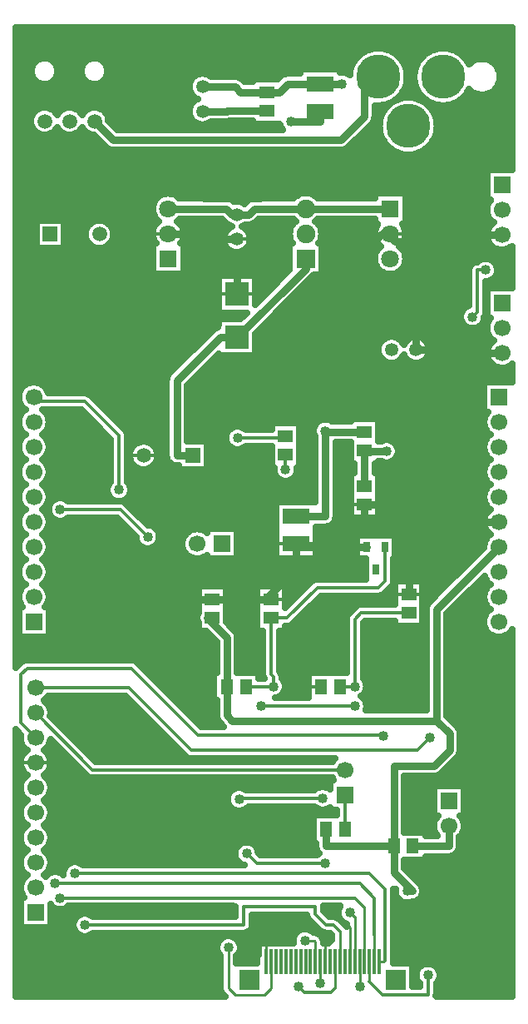
<source format=gbr>
G04 DipTrace 3.0.0.2*
G04 Top.gbr*
%MOMM*%
G04 #@! TF.FileFunction,Copper,L1,Top*
G04 #@! TF.Part,Single*
G04 #@! TA.AperFunction,Conductor*
%ADD10C,0.25*%
%ADD13C,0.75*%
G04 #@! TA.AperFunction,CopperBalancing*
%ADD14C,0.33*%
G04 #@! TA.AperFunction,Conductor*
%ADD15C,0.29*%
G04 #@! TA.AperFunction,CopperBalancing*
%ADD16C,0.635*%
G04 #@! TA.AperFunction,ComponentPad*
%ADD17R,1.7X1.7*%
%ADD18C,1.7*%
%ADD19R,1.5X1.3*%
%ADD20R,1.3X1.5*%
%ADD21R,0.3X2.5*%
%ADD22R,2.0X2.0*%
G04 #@! TA.AperFunction,ComponentPad*
%ADD23C,4.5*%
%ADD24R,2.7X1.6*%
G04 #@! TA.AperFunction,ComponentPad*
%ADD25C,1.35*%
%ADD26R,1.8X1.8*%
%ADD27C,1.8*%
%ADD29R,0.65X1.05*%
G04 #@! TA.AperFunction,ComponentPad*
%ADD30R,1.5X1.5*%
%ADD31C,1.5*%
%ADD33R,2.4X2.4*%
G04 #@! TA.AperFunction,ComponentPad*
%ADD34C,1.5*%
%ADD35R,1.9X1.9*%
%ADD36C,1.9*%
G04 #@! TA.AperFunction,ViaPad*
%ADD37C,1.016*%
%FSLAX35Y35*%
G04*
G71*
G90*
G75*
G01*
G04 Top*
%LPD*%
X1474347Y4631863D2*
D13*
X1982483Y5140000D1*
X2387150D1*
X3100000D1*
X5042000Y6100000D2*
X4650000D1*
X4250000Y1730217D2*
D14*
X4229037D1*
X4086513Y1872740D1*
X3896720D1*
X3646480Y1622500D1*
D10*
Y1450000D1*
X3650000D1*
X3350000Y8800000D2*
D13*
X3207510D1*
X3153510Y8854000D1*
X2650000D1*
X3350000Y8240000D2*
Y8452510D1*
X4909593Y8853980D2*
Y8822907D1*
X4956500Y8776000D1*
X5175000D1*
Y7675000D1*
X4670000Y5670000D2*
X4510820D1*
Y5857630D1*
X4650000D1*
X4948370D1*
X5100000Y5706000D1*
Y5190000D1*
X4054820Y4250000D2*
D14*
X4210000D1*
X5100000Y5190000D2*
X4352640D1*
X4286630Y5123990D1*
Y4700667D1*
X4054820Y4468857D1*
Y4250000D1*
X5100000Y5706000D2*
D13*
X5175000Y5781000D1*
Y5923000D1*
X6018000D1*
X3950000Y5700000D2*
Y5670000D1*
X4670000D1*
X3700000Y5140000D2*
X3640000D1*
X3950000Y5450000D1*
Y5700000D1*
X3100000Y5140000D2*
X3700000D1*
X4650000Y6100000D2*
Y5857630D1*
X4300000Y1950000D2*
D14*
X4350000D1*
D15*
X4500000Y1800000D1*
Y1450000D1*
X5175000Y7675000D2*
D13*
X5560990D1*
X5593990Y7642000D1*
X6050000D1*
X5175000Y8776000D2*
X5241000Y8842000D1*
X6050000D1*
X3608430Y8304720D2*
Y8289360D1*
X3350000Y8452510D2*
X3608430D1*
Y8304720D1*
X4250000Y1450000D2*
D15*
Y1730217D1*
X2387150Y5100360D2*
D13*
Y5140000D1*
X4020683Y8128270D2*
X4181773Y8289360D1*
X4261647D1*
X4826267Y8853980D1*
X4909593D1*
X3000000Y10350000D2*
X3329870D1*
X3384870Y10295000D1*
X3655000D1*
X4200000Y10380000D2*
X4418800D1*
X3655000Y10295000D2*
X3779500D1*
X3864500Y10380000D1*
X4200000D1*
X2650000Y9108000D2*
X3243827D1*
X3301827Y9050000D1*
X3350000D1*
X4874747Y6643407D2*
X4650000D1*
Y6650000D1*
X4050000Y9108000D2*
X4372497D1*
X4372517Y9107980D1*
X4909593D1*
X3350000Y9050000D2*
X3467000D1*
X3525000Y9108000D1*
X4050000D1*
X4650000Y6650000D2*
Y6290000D1*
X1801400Y1825130D2*
D14*
X3421080D1*
Y2011233D1*
X4146510D1*
Y1935807D1*
X4257187Y1825130D1*
X4334000D1*
X4400000Y1759130D1*
D15*
Y1450000D1*
X3978507Y1195513D2*
D14*
X4033057Y1140963D1*
X4308797D1*
X4350000Y1182167D1*
D15*
Y1450000D1*
X4600000Y1200000D2*
Y1450000D1*
X4550000D2*
Y1900000D1*
D14*
X4500000Y1950000D1*
X1282000Y7193000D2*
X1325000Y7150000D1*
X1800000D1*
X2150000Y6800000D1*
Y6250000D1*
X3450000Y2550000D2*
X3550000Y2450000D1*
X4250000D1*
X1700000Y2350000D2*
X4700000D1*
X4861670Y2188330D1*
Y1462083D1*
X4849587Y1450000D1*
D15*
X4800000D1*
X1500000Y2250000D2*
D14*
X4600000D1*
X4750000Y2100000D1*
Y1721140D1*
D15*
Y1450000D1*
X2441563Y5773297D2*
D14*
X2164860Y6050000D1*
X1550000D1*
X3373610Y3103170D2*
X3384750Y3114310D1*
X4224583D1*
X5296187Y1314893D2*
Y1116170D1*
X4833830D1*
X4700000Y1250000D1*
D15*
Y1450000D1*
X1550000Y2100000D2*
D14*
X4550000D1*
X4650000Y2000000D1*
D15*
Y1450000D1*
X6018000Y5669000D2*
D13*
X5382500Y5033500D1*
Y3903367D1*
X5514500Y3771367D1*
Y3600500D1*
X5356853Y3442853D1*
X4947437D1*
Y2626940D1*
X3100000Y4950000D2*
D14*
X3050000D1*
D13*
X3250000Y4750000D1*
Y4250000D1*
X4947437Y2626940D2*
X4260000D1*
Y2800000D1*
X3250000Y4250000D2*
Y3956980D1*
X3303613Y3903367D1*
X5382500D1*
X4150000Y1450000D2*
D15*
Y1653280D1*
X4135693Y1667587D1*
X4042820D1*
X5084453Y2168697D2*
D13*
X5137243D1*
X4947437Y2358503D1*
Y2626940D1*
X4200000Y1234897D2*
D15*
Y1450000D1*
X3440000Y4250000D2*
D14*
X3723400D1*
X3700000Y4950000D2*
X3863000D1*
X4169000Y5256000D1*
X4794000D1*
X4860000Y5322000D1*
Y5670000D1*
X3723400Y4250000D2*
Y4350300D1*
X3700000Y4373700D1*
Y4950000D1*
X3357190Y6779070D2*
X3845000D1*
Y6795000D1*
Y6456200D2*
Y6605000D1*
X3264500Y1595180D2*
D15*
Y1182170D1*
X3330500Y1116170D1*
X3634000D1*
X3700000Y1182170D1*
Y1450000D1*
X2900000Y6600000D2*
D13*
X2738960D1*
Y7359107D1*
X3179853Y7800000D1*
X3350000D1*
X4400000Y4250000D2*
D14*
X4550300D1*
X3600000Y4050000D2*
X4550000D1*
X4550300Y4250000D2*
Y4934000D1*
X4616300Y5000000D1*
X5100000D1*
X3350000Y7800000D2*
D13*
X4050000Y8500000D1*
D14*
Y8600000D1*
X4790000Y10450000D2*
D13*
X4650000D1*
Y10050000D1*
X4409500Y9809500D1*
X2090500D1*
X1900000Y10000000D1*
X4650000Y6840000D2*
X4250000D1*
Y6850000D1*
X3000000Y10100000D2*
X3246500D1*
X3251500Y10105000D1*
X3655000D1*
X4250000Y6850000D2*
Y5980000D1*
X3950000D1*
X3900000Y10000000D2*
X4200000D1*
Y10100000D1*
X5319200Y3730510D2*
D14*
X5189190Y3600500D1*
X2882980D1*
X2247480Y4236000D1*
X1300000D1*
X4450000Y3404000D2*
X1878000D1*
X1300000Y3982000D1*
X4844190Y3743283D2*
Y3759767D1*
X2956013D1*
X2279280Y4436500D1*
X1213510D1*
X1147510Y4370500D1*
Y3880490D1*
X1300000Y3728000D1*
X5749200Y8009000D2*
X5800000Y8059800D1*
Y8485100D1*
X5883800D1*
X4450000Y3150000D2*
Y2800000D1*
X5509700Y2831343D2*
D13*
Y2626940D1*
X5137437D1*
D37*
X4500000Y1950000D3*
X2150000Y6250000D3*
X4250000Y2450000D3*
X3450000Y2550000D3*
X4042820Y1667587D3*
X5084453Y2168697D3*
X2441563Y5773297D3*
X3373610Y3103170D3*
X4224583Y3114310D3*
X5296187Y1314893D3*
X5205970Y4080083D3*
X5626560Y4307903D3*
X5679907Y1986357D3*
X2481230Y2776617D3*
X2387150Y5100360D3*
X3393793Y5354373D3*
X5762547Y6589083D3*
X1473470Y1364220D3*
X6085497Y8470273D3*
X1668577Y5425670D3*
X2141967Y3564057D3*
X4020683Y8128270D3*
X4300000Y1950000D3*
X1474347Y4631863D3*
X5042000Y6100000D3*
X3608430Y8304720D3*
X4054820Y4250000D3*
X3350000Y8452510D3*
X4250000Y1730217D3*
X4418800Y10380000D3*
X4874747Y6643407D3*
X1801400Y1825130D3*
X3978507Y1195513D3*
X4600000Y1200000D3*
X1700000Y2350000D3*
X1500000Y2250000D3*
X1550000Y6050000D3*
Y2100000D3*
X4200000Y1234897D3*
X3723400Y4250000D3*
X3357190Y6779070D3*
X3845000Y6456200D3*
X3264500Y1595180D3*
X4550000Y4050000D3*
X3600000D3*
X4550300Y4250000D3*
X4250000Y6850000D3*
X3900000Y10000000D3*
X5319200Y3730510D3*
X4844190Y3743283D3*
X5883800Y8485100D3*
X5749200Y8009000D3*
X1104100Y10889083D2*
D16*
X6145913D1*
X1104100Y10825917D2*
X6145913D1*
X1104100Y10762750D2*
X6145913D1*
X1104100Y10699583D2*
X4631587D1*
X4948517D2*
X5291517D1*
X5608447D2*
X6145913D1*
X1104100Y10636417D2*
X1354763D1*
X1429227D2*
X1862763D1*
X1937227D2*
X4558537D1*
X5021443D2*
X5218467D1*
X5681497D2*
X6145913D1*
X1104100Y10573250D2*
X1270800D1*
X1513190D2*
X1778800D1*
X2021190D2*
X4518600D1*
X5061377D2*
X5178653D1*
X5985600D2*
X6145913D1*
X1104100Y10510083D2*
X1253560D1*
X1530430D2*
X1761560D1*
X2038430D2*
X3991377D1*
X4408643D2*
X4497643D1*
X5082337D2*
X5157570D1*
X6023427D2*
X6145913D1*
X1104100Y10446917D2*
X1268567D1*
X1515423D2*
X1776567D1*
X2023423D2*
X2899973D1*
X3376023D2*
X3776940D1*
X5088663D2*
X5151370D1*
X6033597D2*
X6145913D1*
X1104100Y10383750D2*
X1340873D1*
X1443117D2*
X1848873D1*
X1951117D2*
X2863137D1*
X5080973D2*
X5158933D1*
X6021197D2*
X6145913D1*
X1104100Y10320583D2*
X2862143D1*
X5058400D2*
X5181630D1*
X5979770D2*
X6145913D1*
X1104100Y10257417D2*
X2895630D1*
X5016233D2*
X5223800D1*
X5676287D2*
X6145913D1*
X1104100Y10194250D2*
X2897243D1*
X5261923D2*
X5302183D1*
X5597903D2*
X6145913D1*
X1104100Y10131083D2*
X1330330D1*
X1453660D2*
X1584330D1*
X1707660D2*
X1838330D1*
X1961660D2*
X2862517D1*
X4761117D2*
X4859170D1*
X5330757D2*
X6145913D1*
X1104100Y10067917D2*
X1260630D1*
X2031360D2*
X2862763D1*
X4761117D2*
X4821220D1*
X5368833D2*
X6145913D1*
X1104100Y10004750D2*
X1243390D1*
X2049717D2*
X2898237D1*
X4750823D2*
X4801500D1*
X5388427D2*
X6145913D1*
X1104100Y9941583D2*
X1255917D1*
X2112970D2*
X3791080D1*
X4696130D2*
X4796537D1*
X5393513D2*
X6145913D1*
X1104100Y9878417D2*
X1311727D1*
X1472263D2*
X1565727D1*
X1726263D2*
X1819727D1*
X4632877D2*
X4805220D1*
X5384707D2*
X6145913D1*
X1104100Y9815250D2*
X1930233D1*
X4569750D2*
X4829280D1*
X5360770D2*
X6145913D1*
X1104100Y9752083D2*
X1993360D1*
X4506620D2*
X4873557D1*
X5316493D2*
X6145913D1*
X1104100Y9688917D2*
X4957273D1*
X5232777D2*
X6145913D1*
X1104100Y9625750D2*
X6145913D1*
X1104100Y9562583D2*
X6145913D1*
X1104100Y9499417D2*
X5891417D1*
X1104100Y9436250D2*
X5891417D1*
X1104100Y9373083D2*
X5891417D1*
X1104100Y9309917D2*
X5891417D1*
X1104100Y9246750D2*
X2569573D1*
X2730480D2*
X3959503D1*
X4140503D2*
X4745937D1*
X5073283D2*
X5891417D1*
X1104100Y9183583D2*
X2505700D1*
X3374437D2*
X3446170D1*
X5073283D2*
X5919073D1*
X1104100Y9120417D2*
X2486850D1*
X5073283D2*
X5893277D1*
X1104100Y9057250D2*
X2494787D1*
X5073283D2*
X5896377D1*
X1104100Y8994083D2*
X2535220D1*
X2764837D2*
X3203210D1*
X3565530D2*
X3928003D1*
X4171883D2*
X4745937D1*
X5073283D2*
X5930483D1*
X1104100Y8930917D2*
X1301310D1*
X1598643D2*
X1826550D1*
X2073407D2*
X2506447D1*
X2793610D2*
X3280477D1*
X3419557D2*
X3900717D1*
X4199290D2*
X4766030D1*
X5053193D2*
X5920067D1*
X1104100Y8867750D2*
X1301310D1*
X1598643D2*
X1802490D1*
X2097590D2*
X2486973D1*
X2813080D2*
X3227147D1*
X3472887D2*
X3881990D1*
X4218020D2*
X4746557D1*
X5072663D2*
X5893527D1*
X1104100Y8804583D2*
X1301310D1*
X1598643D2*
X1808813D1*
X2091140D2*
X2494290D1*
X2805640D2*
X3208913D1*
X3491117D2*
X3889060D1*
X4210950D2*
X4753873D1*
X5065223D2*
X5896007D1*
X1104100Y8741417D2*
X1301310D1*
X1598643D2*
X1851727D1*
X2048353D2*
X2486353D1*
X2813700D2*
X3222310D1*
X3477723D2*
X3881370D1*
X4218640D2*
X4793437D1*
X5025783D2*
X5929243D1*
X1104100Y8678250D2*
X2486353D1*
X2813700D2*
X3285810D1*
X3414223D2*
X3881370D1*
X4218640D2*
X4766773D1*
X5052323D2*
X6145913D1*
X1104100Y8615083D2*
X2486353D1*
X2813700D2*
X3881370D1*
X4218640D2*
X4746680D1*
X5072540D2*
X6145913D1*
X1104100Y8551917D2*
X2486353D1*
X2813700D2*
X3881370D1*
X4218640D2*
X4753503D1*
X5065720D2*
X5743087D1*
X5987460D2*
X6145913D1*
X1104100Y8488750D2*
X2486353D1*
X2813700D2*
X3881370D1*
X4218640D2*
X4792073D1*
X5027147D2*
X5709970D1*
X6008173D2*
X6145913D1*
X1104100Y8425583D2*
X3156327D1*
X3543580D2*
X3821093D1*
X4130087D2*
X5709847D1*
X5992173D2*
X6145913D1*
X1104100Y8362417D2*
X3156327D1*
X3543580D2*
X3757967D1*
X4066957D2*
X5709847D1*
X5890103D2*
X6145913D1*
X1104100Y8299250D2*
X3156327D1*
X3543580D2*
X3694713D1*
X4003707D2*
X5709847D1*
X1104100Y8236083D2*
X3156327D1*
X3543580D2*
X3631587D1*
X3940577D2*
X5709847D1*
X1104100Y8172917D2*
X3156327D1*
X3877450D2*
X5709847D1*
X1104100Y8109750D2*
X3156327D1*
X3814197D2*
X5681197D1*
X1104100Y8046583D2*
X3442077D1*
X3751070D2*
X5630843D1*
X1104100Y7983417D2*
X3156327D1*
X3687943D2*
X5627620D1*
X5870880D2*
X5918950D1*
X1104100Y7920250D2*
X3156327D1*
X3624690D2*
X5664950D1*
X5833423D2*
X5893277D1*
X1104100Y7857083D2*
X3082410D1*
X3561563D2*
X5896377D1*
X1104100Y7793917D2*
X3019283D1*
X3543580D2*
X4855200D1*
X4994777D2*
X5105233D1*
X5244810D2*
X5930610D1*
X1104100Y7730750D2*
X2956153D1*
X3543580D2*
X4795917D1*
X5304093D2*
X5919943D1*
X1104100Y7667583D2*
X2892903D1*
X3543580D2*
X4784013D1*
X5315873D2*
X5893527D1*
X1104100Y7604417D2*
X2829773D1*
X3138767D2*
X4803857D1*
X5296153D2*
X5896130D1*
X1104100Y7541250D2*
X2766647D1*
X3075640D2*
X4901957D1*
X4947973D2*
X5151990D1*
X5197997D2*
X5929493D1*
X1104100Y7478083D2*
X2703393D1*
X3012387D2*
X6145913D1*
X1104100Y7414917D2*
X2643987D1*
X2949260D2*
X6145913D1*
X1104100Y7351750D2*
X2627863D1*
X2886130D2*
X6145913D1*
X1104100Y7288583D2*
X1157070D1*
X1406903D2*
X2627863D1*
X2850040D2*
X5859420D1*
X1842847Y7225417D2*
X2627863D1*
X2850040D2*
X5859420D1*
X1912547Y7162250D2*
X2627863D1*
X2850040D2*
X5859420D1*
X1104100Y7099083D2*
X1155707D1*
X1975673D2*
X2627863D1*
X2850040D2*
X5859420D1*
X1104100Y7035917D2*
X1158187D1*
X1405787D2*
X1789343D1*
X2038927D2*
X2627863D1*
X2850040D2*
X5894147D1*
X1436793Y6972750D2*
X1852470D1*
X2102053D2*
X2627863D1*
X2850040D2*
X5863140D1*
X1437787Y6909583D2*
X1915597D1*
X2165183D2*
X2627863D1*
X2850040D2*
X3696327D1*
X3993660D2*
X4141693D1*
X4798697D2*
X5862270D1*
X1104100Y6846417D2*
X1154713D1*
X1409260D2*
X1978727D1*
X2226077D2*
X2627863D1*
X2850040D2*
X3253810D1*
X3993660D2*
X4125570D1*
X4798697D2*
X5890673D1*
X1104100Y6783250D2*
X1159303D1*
X1404670D2*
X2041977D1*
X2240093D2*
X2627863D1*
X2850040D2*
X3232850D1*
X3993660D2*
X4138843D1*
X4798697D2*
X5895263D1*
X1436543Y6720083D2*
X2059837D1*
X2240093D2*
X2317310D1*
X2482683D2*
X2627863D1*
X3048600D2*
X3248477D1*
X3993660D2*
X4138843D1*
X4361140D2*
X4501363D1*
X4970963D2*
X5863513D1*
X1438033Y6656917D2*
X2059837D1*
X2536757D2*
X2627863D1*
X3048600D2*
X3696327D1*
X3993660D2*
X4138843D1*
X4361140D2*
X4501363D1*
X4998373D2*
X5862023D1*
X1104100Y6593750D2*
X1153723D1*
X1410253D2*
X2059837D1*
X2548540D2*
X2627990D1*
X3048600D2*
X3696327D1*
X3993660D2*
X4138843D1*
X4361140D2*
X4501363D1*
X4988203D2*
X5889680D1*
X1104100Y6530583D2*
X1160420D1*
X1403553D2*
X2059837D1*
X2530557D2*
X2654157D1*
X3048600D2*
X3696327D1*
X3993660D2*
X4138843D1*
X4361140D2*
X4501363D1*
X4798697D2*
X4833540D1*
X4916023D2*
X5896377D1*
X1436173Y6467417D2*
X2059837D1*
X2240093D2*
X2341990D1*
X2458003D2*
X2751393D1*
X3048600D2*
X3721130D1*
X3968857D2*
X4138843D1*
X4361140D2*
X4538940D1*
X4761117D2*
X5863760D1*
X1438280Y6404250D2*
X2059837D1*
X2240093D2*
X3732540D1*
X3957447D2*
X4138843D1*
X4361140D2*
X4501363D1*
X4798697D2*
X5861777D1*
X1104100Y6341083D2*
X1152730D1*
X1411243D2*
X2059837D1*
X2240093D2*
X3812287D1*
X3877697D2*
X4138843D1*
X4361140D2*
X4501363D1*
X4798697D2*
X5888690D1*
X1104100Y6277917D2*
X1161660D1*
X1402440D2*
X2028957D1*
X2271100D2*
X4138843D1*
X4361140D2*
X4501363D1*
X4798697D2*
X5897617D1*
X1435923Y6214750D2*
X2030940D1*
X2269113D2*
X4138843D1*
X4361140D2*
X4501363D1*
X4798697D2*
X5864133D1*
X1438530Y6151583D2*
X1483377D1*
X1616627D2*
X2078440D1*
X2221613D2*
X4138843D1*
X4361140D2*
X4501363D1*
X4798697D2*
X5861527D1*
X1104100Y6088417D2*
X1151737D1*
X2251253D2*
X3741347D1*
X4361140D2*
X4501363D1*
X4798697D2*
X5887820D1*
X1104100Y6025250D2*
X1162777D1*
X2314383D2*
X3741347D1*
X4361140D2*
X4501363D1*
X4798697D2*
X5898733D1*
X1635230Y5962083D2*
X2127927D1*
X2377633D2*
X3741347D1*
X4359530D2*
X5864503D1*
X1438777Y5898917D2*
X2191177D1*
X2440763D2*
X3741347D1*
X4322693D2*
X5861280D1*
X1104100Y5835750D2*
X1150870D1*
X1413230D2*
X2254307D1*
X2548167D2*
X2870577D1*
X3358660D2*
X3741347D1*
X4158610D2*
X5886827D1*
X1104100Y5772583D2*
X1164017D1*
X1399957D2*
X2317187D1*
X2566027D2*
X2805713D1*
X3358660D2*
X3741347D1*
X4158610D2*
X4563870D1*
X4966127D2*
X5899973D1*
X1435180Y5709417D2*
X2335913D1*
X2547173D2*
X2787607D1*
X3358660D2*
X3741347D1*
X4158610D2*
X4563870D1*
X4966127D2*
X5864877D1*
X1438900Y5646250D2*
X2797157D1*
X3358660D2*
X3741347D1*
X4158610D2*
X4563870D1*
X4966127D2*
X5840690D1*
X1104100Y5583083D2*
X1149877D1*
X1414097D2*
X2842053D1*
X3358660D2*
X3741347D1*
X4158610D2*
X4563870D1*
X4966127D2*
X5777563D1*
X1104100Y5519917D2*
X1165257D1*
X1398717D2*
X4658873D1*
X4950130D2*
X5714437D1*
X1434810Y5456750D2*
X4658873D1*
X4950130D2*
X5651307D1*
X1439150Y5393583D2*
X4658873D1*
X4950130D2*
X5588057D1*
X1104100Y5330417D2*
X1149010D1*
X1414963D2*
X4124207D1*
X4950130D2*
X5524927D1*
X5833920D2*
X5884967D1*
X1104100Y5267250D2*
X1166497D1*
X1397477D2*
X2951317D1*
X3248650D2*
X3551343D1*
X3848677D2*
X4055497D1*
X5248653D2*
X5461800D1*
X5770793D2*
X5902580D1*
X1434437Y5204083D2*
X2951317D1*
X3248650D2*
X3551343D1*
X3848677D2*
X3992247D1*
X4866910D2*
X4951320D1*
X5248653D2*
X5398547D1*
X5707540D2*
X5865620D1*
X1439273Y5140917D2*
X2951317D1*
X3248650D2*
X3551343D1*
X3848677D2*
X3929117D1*
X4178703D2*
X4951320D1*
X5248653D2*
X5335420D1*
X5644413D2*
X5860660D1*
X1104100Y5077750D2*
X1148140D1*
X1415833D2*
X2951317D1*
X3248650D2*
X3551343D1*
X4115577D2*
X4578753D1*
X5248653D2*
X5281220D1*
X5581283D2*
X5884100D1*
X1440637Y5014583D2*
X2951317D1*
X3248650D2*
X3551343D1*
X4052323D2*
X4506077D1*
X5518033D2*
X5903820D1*
X1440637Y4951417D2*
X2938917D1*
X3248650D2*
X3551343D1*
X3989197D2*
X4462047D1*
X5493600D2*
X5865993D1*
X1440637Y4888250D2*
X2951317D1*
X3266263D2*
X3551343D1*
X3925943D2*
X4460187D1*
X4640443D2*
X4951320D1*
X5493600D2*
X5860537D1*
X1440637Y4825083D2*
X2951317D1*
X3329390D2*
X3551343D1*
X3848677D2*
X4460187D1*
X4640443D2*
X5271423D1*
X5493600D2*
X5883230D1*
X1440637Y4761917D2*
X3083527D1*
X3360397D2*
X3609883D1*
X3790137D2*
X4460187D1*
X4640443D2*
X5271423D1*
X5493600D2*
X5965337D1*
X6070680D2*
X6145913D1*
X1104100Y4698750D2*
X3138840D1*
X3361140D2*
X3609883D1*
X3790137D2*
X4460187D1*
X4640443D2*
X5271423D1*
X5493600D2*
X6145913D1*
X1104100Y4635583D2*
X3138840D1*
X3361140D2*
X3609883D1*
X3790137D2*
X4460187D1*
X4640443D2*
X5271423D1*
X5493600D2*
X6145913D1*
X1104100Y4572417D2*
X3138840D1*
X3361140D2*
X3609883D1*
X3790137D2*
X4460187D1*
X4640443D2*
X5271423D1*
X5493600D2*
X6145913D1*
X1104100Y4509250D2*
X1165627D1*
X2327157D2*
X3138840D1*
X3361140D2*
X3609883D1*
X3790137D2*
X4460187D1*
X4640443D2*
X5271423D1*
X5493600D2*
X6145913D1*
X2394503Y4446083D2*
X3138840D1*
X3361140D2*
X3609883D1*
X3790137D2*
X4460187D1*
X4640443D2*
X5271423D1*
X5493600D2*
X6145913D1*
X2457630Y4382917D2*
X3111307D1*
X3806880D2*
X4071373D1*
X4640443D2*
X5271423D1*
X5493600D2*
X6145913D1*
X2520883Y4319750D2*
X3111307D1*
X3824987D2*
X4071373D1*
X4651977D2*
X5271423D1*
X5493600D2*
X6145913D1*
X2584010Y4256583D2*
X3111307D1*
X3847683D2*
X4071373D1*
X4674550D2*
X5271423D1*
X5493600D2*
X6145913D1*
X2647137Y4193417D2*
X3111307D1*
X3833423D2*
X4071373D1*
X4660287D2*
X5271423D1*
X5493600D2*
X6145913D1*
X1415957Y4130250D2*
X2228383D1*
X2710390D2*
X3111307D1*
X4642923D2*
X5271423D1*
X5493600D2*
X6145913D1*
X1432700Y4067083D2*
X2291637D1*
X2773517D2*
X3138840D1*
X4673183D2*
X5271423D1*
X5493600D2*
X6145913D1*
X1457010Y4003917D2*
X2354763D1*
X2836647D2*
X3138840D1*
X5493600D2*
X6145913D1*
X1466063Y3940750D2*
X2417893D1*
X2899773D2*
X3140207D1*
X5499677D2*
X6145913D1*
X1529190Y3877583D2*
X2481143D1*
X2963027D2*
X3174933D1*
X5562803D2*
X6145913D1*
X1592443Y3814417D2*
X2544273D1*
X5616383D2*
X6145913D1*
X1104100Y3751250D2*
X1143180D1*
X1655570D2*
X2607400D1*
X5625560D2*
X6145913D1*
X1104100Y3688083D2*
X1146653D1*
X1718697D2*
X2670653D1*
X5625560D2*
X6145913D1*
X1104100Y3624917D2*
X1181503D1*
X1418437D2*
X1532240D1*
X1781827D2*
X2733780D1*
X5625560D2*
X6145913D1*
X1104100Y3561750D2*
X1169223D1*
X1430840D2*
X1595493D1*
X1845077D2*
X2796907D1*
X5618120D2*
X6145913D1*
X1104100Y3498583D2*
X1143303D1*
X1456637D2*
X1658620D1*
X1908207D2*
X4324257D1*
X5567020D2*
X6145913D1*
X1104100Y3435417D2*
X1146280D1*
X1453660D2*
X1721750D1*
X5503893D2*
X6145913D1*
X1104100Y3372250D2*
X1180387D1*
X1419677D2*
X1785000D1*
X5440767D2*
X6145913D1*
X1104100Y3309083D2*
X1170093D1*
X1429847D2*
X4324503D1*
X5058527D2*
X6145913D1*
X1104100Y3245917D2*
X1143553D1*
X1456390D2*
X4291390D1*
X5058527D2*
X6145913D1*
X1104100Y3182750D2*
X1146033D1*
X1454033D2*
X3279980D1*
X5058527D2*
X5351047D1*
X5668350D2*
X6145913D1*
X1104100Y3119583D2*
X1179147D1*
X1420793D2*
X3250337D1*
X5058527D2*
X5351047D1*
X5668350D2*
X6145913D1*
X1104100Y3056417D2*
X1171087D1*
X1428857D2*
X3258770D1*
X5058527D2*
X5351047D1*
X5668350D2*
X6145913D1*
X1104100Y2993250D2*
X1143800D1*
X1456140D2*
X3324133D1*
X3423153D2*
X4359850D1*
X5058527D2*
X5351047D1*
X5668350D2*
X6145913D1*
X1104100Y2930083D2*
X1145660D1*
X1454403D2*
X4121353D1*
X5058527D2*
X5387387D1*
X5632010D2*
X6145913D1*
X1104100Y2866917D2*
X1178030D1*
X1422033D2*
X4121353D1*
X5058527D2*
X5355263D1*
X5664133D2*
X6145913D1*
X1104100Y2803750D2*
X1172077D1*
X1427863D2*
X4121353D1*
X5058527D2*
X5353527D1*
X5665867D2*
X6145913D1*
X1104100Y2740583D2*
X1144047D1*
X1455893D2*
X4121353D1*
X5276063D2*
X5381060D1*
X5638333D2*
X6145913D1*
X1104100Y2677417D2*
X1145287D1*
X1454653D2*
X4121353D1*
X5620847D2*
X6145913D1*
X1104100Y2614250D2*
X1176913D1*
X1423150D2*
X3344597D1*
X3555487D2*
X4149633D1*
X5619980D2*
X6145913D1*
X1104100Y2551083D2*
X1173070D1*
X1426870D2*
X3325620D1*
X3574460D2*
X4181383D1*
X5588353D2*
X6145913D1*
X1104100Y2487917D2*
X1144297D1*
X1455643D2*
X3343230D1*
X5276063D2*
X6145913D1*
X1104100Y2424750D2*
X1145040D1*
X1455023D2*
X1602190D1*
X5058527D2*
X6145913D1*
X1104100Y2361583D2*
X1175797D1*
X5098833D2*
X6145913D1*
X1104100Y2298417D2*
X1174187D1*
X5161960D2*
X6145913D1*
X1104100Y2235250D2*
X1144543D1*
X5224470D2*
X6145913D1*
X1104100Y2172083D2*
X1144793D1*
X5248280D2*
X6145913D1*
X1104100Y2108917D2*
X1174683D1*
X5229677D2*
X6145913D1*
X1104100Y2045750D2*
X1141320D1*
X4951740D2*
X6145913D1*
X1104100Y1982583D2*
X1141320D1*
X1458620D2*
X1531000D1*
X1568970D2*
X3330953D1*
X4236623D2*
X4380190D1*
X4951740D2*
X6145913D1*
X1104100Y1919417D2*
X1141320D1*
X1458620D2*
X1723980D1*
X1878813D2*
X3330953D1*
X3511210D2*
X4057980D1*
X4287720D2*
X4379570D1*
X4951740D2*
X6145913D1*
X1104100Y1856250D2*
X1141320D1*
X1458620D2*
X1681193D1*
X3511210D2*
X4101263D1*
X4951740D2*
X6145913D1*
X1104100Y1793083D2*
X1681440D1*
X3504760D2*
X4164390D1*
X4951740D2*
X6145913D1*
X1104100Y1729917D2*
X1725223D1*
X1877573D2*
X3936187D1*
X4194950D2*
X4304413D1*
X4951740D2*
X6145913D1*
X1104100Y1666750D2*
X3164267D1*
X3364737D2*
X3918327D1*
X4236993D2*
X4311853D1*
X4951740D2*
X6145913D1*
X1104100Y1603583D2*
X3140330D1*
X3388673D2*
X3561390D1*
X4951740D2*
X6145913D1*
X1104100Y1540417D2*
X3153477D1*
X3375527D2*
X3561390D1*
X4951740D2*
X6145913D1*
X1104100Y1477250D2*
X3176420D1*
X3352583D2*
X3544273D1*
X4951740D2*
X6145913D1*
X1104100Y1414083D2*
X3176420D1*
X5143607D2*
X5225783D1*
X5366600D2*
X6145913D1*
X1104100Y1350917D2*
X3176420D1*
X5143607D2*
X5177373D1*
X5414970D2*
X6145913D1*
X1104100Y1287750D2*
X3176420D1*
X5417450D2*
X6145913D1*
X1104100Y1224583D2*
X3176420D1*
X5143607D2*
X5206063D1*
X5386320D2*
X6145913D1*
X1104100Y1161417D2*
X3179023D1*
X5386320D2*
X6145913D1*
X1104100Y1098250D2*
X3226400D1*
X5384333D2*
X6145913D1*
X1161460Y5059290D2*
X1168777D1*
X1158793Y5071487D1*
X1146310Y5091863D1*
X1137163Y5113940D1*
X1131583Y5137177D1*
X1129710Y5161000D1*
X1131583Y5184823D1*
X1137163Y5208060D1*
X1146310Y5230137D1*
X1158793Y5250513D1*
X1174313Y5268687D1*
X1192487Y5284207D1*
X1198040Y5287917D1*
X1183097Y5299197D1*
X1166197Y5316097D1*
X1152150Y5335430D1*
X1141303Y5356720D1*
X1133917Y5379450D1*
X1130180Y5403050D1*
Y5426950D1*
X1133917Y5450550D1*
X1141303Y5473280D1*
X1152150Y5494570D1*
X1166197Y5513903D1*
X1183097Y5530803D1*
X1198040Y5541917D1*
X1183097Y5553197D1*
X1166197Y5570097D1*
X1152150Y5589430D1*
X1141303Y5610720D1*
X1133917Y5633450D1*
X1130180Y5657050D1*
Y5680950D1*
X1133917Y5704550D1*
X1141303Y5727280D1*
X1152150Y5748570D1*
X1166197Y5767903D1*
X1183097Y5784803D1*
X1198040Y5795917D1*
X1183097Y5807197D1*
X1166197Y5824097D1*
X1152150Y5843430D1*
X1141303Y5864720D1*
X1133917Y5887450D1*
X1130180Y5911050D1*
Y5934950D1*
X1133917Y5958550D1*
X1141303Y5981280D1*
X1152150Y6002570D1*
X1166197Y6021903D1*
X1183097Y6038803D1*
X1198040Y6049917D1*
X1183097Y6061197D1*
X1166197Y6078097D1*
X1152150Y6097430D1*
X1141303Y6118720D1*
X1133917Y6141450D1*
X1130180Y6165050D1*
Y6188950D1*
X1133917Y6212550D1*
X1141303Y6235280D1*
X1152150Y6256570D1*
X1166197Y6275903D1*
X1183097Y6292803D1*
X1198040Y6303917D1*
X1183097Y6315197D1*
X1166197Y6332097D1*
X1152150Y6351430D1*
X1141303Y6372720D1*
X1133917Y6395450D1*
X1130180Y6419050D1*
Y6442950D1*
X1133917Y6466550D1*
X1141303Y6489280D1*
X1152150Y6510570D1*
X1166197Y6529903D1*
X1183097Y6546803D1*
X1198040Y6557917D1*
X1183097Y6569197D1*
X1166197Y6586097D1*
X1152150Y6605430D1*
X1141303Y6626720D1*
X1133917Y6649450D1*
X1130180Y6673050D1*
Y6696950D1*
X1133917Y6720550D1*
X1141303Y6743280D1*
X1152150Y6764570D1*
X1166197Y6783903D1*
X1183097Y6800803D1*
X1198040Y6811917D1*
X1183097Y6823197D1*
X1166197Y6840097D1*
X1152150Y6859430D1*
X1141303Y6880720D1*
X1133917Y6903450D1*
X1130180Y6927050D1*
Y6950950D1*
X1133917Y6974550D1*
X1141303Y6997280D1*
X1152150Y7018570D1*
X1166197Y7037903D1*
X1183097Y7054803D1*
X1198040Y7065917D1*
X1183097Y7077197D1*
X1166197Y7094097D1*
X1152150Y7113430D1*
X1141303Y7134720D1*
X1133917Y7157450D1*
X1130180Y7181050D1*
Y7204950D1*
X1133917Y7228550D1*
X1141303Y7251280D1*
X1152150Y7272570D1*
X1166197Y7291903D1*
X1183097Y7308803D1*
X1202430Y7322850D1*
X1223720Y7333697D1*
X1246450Y7341083D1*
X1270050Y7344820D1*
X1293950D1*
X1317550Y7341083D1*
X1340280Y7333697D1*
X1361570Y7322850D1*
X1380903Y7308803D1*
X1397803Y7291903D1*
X1411850Y7272570D1*
X1422697Y7251280D1*
X1428623Y7233720D1*
X1806573Y7233533D1*
X1825893Y7229690D1*
X1843780Y7221443D1*
X1859250Y7209250D1*
X1859823Y7208627D1*
X2213713Y6854417D1*
X2224657Y6838040D1*
X2231473Y6819560D1*
X2233790Y6800000D1*
X2233757Y6799153D1*
X2233790Y6333300D1*
X2245537Y6319410D1*
X2255220Y6303613D1*
X2262310Y6286493D1*
X2266637Y6268473D1*
X2268090Y6250000D1*
X2266637Y6231527D1*
X2262310Y6213507D1*
X2255220Y6196387D1*
X2245537Y6180590D1*
X2233503Y6166497D1*
X2219410Y6154463D1*
X2203613Y6144780D1*
X2186493Y6137690D1*
X2169717Y6133610D1*
X2184420Y6131477D1*
X2202900Y6124657D1*
X2219277Y6113713D1*
X2442037Y5891320D1*
X2460037Y5889933D1*
X2478057Y5885607D1*
X2495177Y5878517D1*
X2510973Y5868833D1*
X2525067Y5856800D1*
X2537100Y5842707D1*
X2546783Y5826910D1*
X2553873Y5809790D1*
X2558200Y5791770D1*
X2559653Y5773297D1*
X2558200Y5754823D1*
X2553873Y5736803D1*
X2546783Y5719683D1*
X2537100Y5703887D1*
X2525067Y5689793D1*
X2510973Y5677760D1*
X2495177Y5668077D1*
X2478057Y5660987D1*
X2460037Y5656660D1*
X2441563Y5655207D1*
X2423090Y5656660D1*
X2405070Y5660987D1*
X2387950Y5668077D1*
X2372153Y5677760D1*
X2358060Y5689793D1*
X2346027Y5703887D1*
X2336343Y5719683D1*
X2329253Y5736803D1*
X2324927Y5754823D1*
X2323490Y5772900D1*
X2130183Y5966180D1*
X1633170Y5966210D1*
X1619410Y5954463D1*
X1603613Y5944780D1*
X1586493Y5937690D1*
X1568473Y5933363D1*
X1550000Y5931910D1*
X1531527Y5933363D1*
X1513507Y5937690D1*
X1496387Y5944780D1*
X1480590Y5954463D1*
X1466497Y5966497D1*
X1454463Y5980590D1*
X1444780Y5996387D1*
X1437690Y6013507D1*
X1433363Y6031527D1*
X1431910Y6050000D1*
X1433363Y6068473D1*
X1437690Y6086493D1*
X1444780Y6103613D1*
X1454463Y6119410D1*
X1466497Y6133503D1*
X1480590Y6145537D1*
X1496387Y6155220D1*
X1513507Y6162310D1*
X1531527Y6166637D1*
X1550000Y6168090D1*
X1568473Y6166637D1*
X1586493Y6162310D1*
X1603613Y6155220D1*
X1619410Y6145537D1*
X1633210Y6133773D1*
X2129067Y6133790D1*
X2113507Y6137690D1*
X2096387Y6144780D1*
X2080590Y6154463D1*
X2066497Y6166497D1*
X2054463Y6180590D1*
X2044780Y6196387D1*
X2037690Y6213507D1*
X2033363Y6231527D1*
X2031910Y6250000D1*
X2033363Y6268473D1*
X2037690Y6286493D1*
X2044780Y6303613D1*
X2054463Y6319410D1*
X2066227Y6333210D1*
X2066210Y6765317D1*
X1765303Y7066197D1*
X1366290Y7066210D1*
X1389687Y7046687D1*
X1405207Y7028513D1*
X1417690Y7008137D1*
X1426837Y6986060D1*
X1432417Y6962823D1*
X1434290Y6939000D1*
X1432417Y6915177D1*
X1426837Y6891940D1*
X1417690Y6869863D1*
X1405207Y6849487D1*
X1389687Y6831313D1*
X1371513Y6815793D1*
X1365960Y6812083D1*
X1380903Y6800803D1*
X1397803Y6783903D1*
X1411850Y6764570D1*
X1422697Y6743280D1*
X1430083Y6720550D1*
X1433820Y6696950D1*
Y6673050D1*
X1430083Y6649450D1*
X1422697Y6626720D1*
X1411850Y6605430D1*
X1397803Y6586097D1*
X1380903Y6569197D1*
X1365960Y6558083D1*
X1380903Y6546803D1*
X1397803Y6529903D1*
X1411850Y6510570D1*
X1422697Y6489280D1*
X1430083Y6466550D1*
X1433820Y6442950D1*
Y6419050D1*
X1430083Y6395450D1*
X1422697Y6372720D1*
X1411850Y6351430D1*
X1397803Y6332097D1*
X1380903Y6315197D1*
X1365960Y6304083D1*
X1380903Y6292803D1*
X1397803Y6275903D1*
X1411850Y6256570D1*
X1422697Y6235280D1*
X1430083Y6212550D1*
X1433820Y6188950D1*
Y6165050D1*
X1430083Y6141450D1*
X1422697Y6118720D1*
X1411850Y6097430D1*
X1397803Y6078097D1*
X1380903Y6061197D1*
X1365960Y6050083D1*
X1380903Y6038803D1*
X1397803Y6021903D1*
X1411850Y6002570D1*
X1422697Y5981280D1*
X1430083Y5958550D1*
X1433820Y5934950D1*
Y5911050D1*
X1430083Y5887450D1*
X1422697Y5864720D1*
X1411850Y5843430D1*
X1397803Y5824097D1*
X1380903Y5807197D1*
X1365960Y5796083D1*
X1380903Y5784803D1*
X1397803Y5767903D1*
X1411850Y5748570D1*
X1422697Y5727280D1*
X1430083Y5704550D1*
X1433820Y5680950D1*
Y5657050D1*
X1430083Y5633450D1*
X1422697Y5610720D1*
X1411850Y5589430D1*
X1397803Y5570097D1*
X1380903Y5553197D1*
X1365960Y5542083D1*
X1380903Y5530803D1*
X1397803Y5513903D1*
X1411850Y5494570D1*
X1422697Y5473280D1*
X1430083Y5450550D1*
X1433820Y5426950D1*
Y5403050D1*
X1430083Y5379450D1*
X1422697Y5356720D1*
X1411850Y5335430D1*
X1397803Y5316097D1*
X1380903Y5299197D1*
X1365960Y5288083D1*
X1380903Y5276803D1*
X1397803Y5259903D1*
X1411850Y5240570D1*
X1422697Y5219280D1*
X1430083Y5196550D1*
X1433820Y5172950D1*
Y5149050D1*
X1430083Y5125450D1*
X1422697Y5102720D1*
X1411850Y5081430D1*
X1397803Y5062097D1*
X1395233Y5059317D1*
X1434290Y5059290D1*
Y4754710D1*
X1129710D1*
Y5059290D1*
X1161460D1*
X3242170Y5082290D2*
X3242290Y4905803D1*
X3329683Y4818057D1*
X3339347Y4804753D1*
X3346813Y4790100D1*
X3351893Y4774463D1*
X3354467Y4758223D1*
X3354790Y4591250D1*
Y4392193D1*
X3572290Y4392290D1*
Y4333873D1*
X3626407Y4333790D1*
X3620310Y4347807D1*
X3616467Y4367127D1*
X3616210Y4817827D1*
X3557710Y4817710D1*
Y5272290D1*
X3842290D1*
Y5047687D1*
X4114583Y5319713D1*
X4130960Y5330657D1*
X4149440Y5337477D1*
X4169000Y5339790D1*
X4169847Y5339757D1*
X4665217Y5339790D1*
X4665210Y5550243D1*
X4570210Y5550210D1*
Y5789790D1*
X4959790D1*
Y5550210D1*
X4943790D1*
X4943533Y5315427D1*
X4939690Y5296107D1*
X4931443Y5278220D1*
X4919250Y5262750D1*
X4918627Y5262177D1*
X4848417Y5192287D1*
X4832040Y5181343D1*
X4813560Y5174523D1*
X4794000Y5172210D1*
X4793153Y5172243D1*
X4203773Y5172210D1*
X3917417Y4886287D1*
X3901040Y4875343D1*
X3882560Y4868523D1*
X3863000Y4866210D1*
X3862153Y4866243D1*
X3842287Y4866210D1*
X3842290Y4817710D1*
X3783877D1*
X3783790Y4408390D1*
X3794843Y4394080D1*
X3803090Y4376193D1*
X3806933Y4356873D1*
X3807190Y4333310D1*
X3818937Y4319410D1*
X3828620Y4303613D1*
X3835710Y4286493D1*
X3840037Y4268473D1*
X3841490Y4250000D1*
X3840037Y4231527D1*
X3835710Y4213507D1*
X3828620Y4196387D1*
X3818937Y4180590D1*
X3806903Y4166497D1*
X3792810Y4154463D1*
X3777013Y4144780D1*
X3759893Y4137690D1*
X3743827Y4133753D1*
X4077613Y4133790D1*
X4077710Y4392290D1*
X4466520D1*
X4466767Y4940573D1*
X4470610Y4959893D1*
X4478857Y4977780D1*
X4491050Y4993250D1*
X4491673Y4993823D1*
X4561883Y5063713D1*
X4578260Y5074657D1*
X4596740Y5081477D1*
X4616300Y5083790D1*
X4617147Y5083757D1*
X4957737Y5083790D1*
X4957710Y5322290D1*
X5242290D1*
Y4867710D1*
X4957710D1*
Y4916203D1*
X4650910Y4916210D1*
X4634090Y4899397D1*
X4634073Y4333210D1*
X4645837Y4319410D1*
X4655520Y4303613D1*
X4662610Y4286493D1*
X4666937Y4268473D1*
X4668390Y4250000D1*
X4666937Y4231527D1*
X4662610Y4213507D1*
X4655520Y4196387D1*
X4645837Y4180590D1*
X4633803Y4166497D1*
X4619710Y4154463D1*
X4612937Y4149863D1*
X4626693Y4139797D1*
X4639797Y4126693D1*
X4650687Y4111703D1*
X4659100Y4095190D1*
X4664827Y4077567D1*
X4667727Y4059267D1*
Y4040733D1*
X4664827Y4022433D1*
X4660317Y4008107D1*
X5277693Y4008157D1*
X5278033Y5041723D1*
X5280607Y5057963D1*
X5285687Y5073600D1*
X5293153Y5088253D1*
X5302817Y5101557D1*
X5420657Y5219850D1*
X5865867Y5665033D1*
X5866180Y5680950D1*
X5869917Y5704550D1*
X5877303Y5727280D1*
X5888150Y5748570D1*
X5902197Y5767903D1*
X5919097Y5784803D1*
X5933977Y5796020D1*
X5917293Y5808760D1*
X5903827Y5822220D1*
X5892147Y5837250D1*
X5882430Y5853623D1*
X5874833Y5871080D1*
X5869473Y5889347D1*
X5866437Y5908140D1*
X5865767Y5927167D1*
X5867477Y5946127D1*
X5871537Y5964727D1*
X5877887Y5982673D1*
X5886427Y5999687D1*
X5897023Y6015503D1*
X5909510Y6029877D1*
X5923693Y6042577D1*
X5934040Y6050083D1*
X5919097Y6061197D1*
X5902197Y6078097D1*
X5888150Y6097430D1*
X5877303Y6118720D1*
X5869917Y6141450D1*
X5866180Y6165050D1*
Y6188950D1*
X5869917Y6212550D1*
X5877303Y6235280D1*
X5888150Y6256570D1*
X5902197Y6275903D1*
X5919097Y6292803D1*
X5934040Y6304083D1*
X5919097Y6315197D1*
X5902197Y6332097D1*
X5888150Y6351430D1*
X5877303Y6372720D1*
X5869917Y6395450D1*
X5866180Y6419050D1*
Y6442950D1*
X5869917Y6466550D1*
X5877303Y6489280D1*
X5888150Y6510570D1*
X5902197Y6529903D1*
X5919097Y6546803D1*
X5934040Y6558083D1*
X5919097Y6569197D1*
X5902197Y6586097D1*
X5888150Y6605430D1*
X5877303Y6626720D1*
X5869917Y6649450D1*
X5866180Y6673050D1*
Y6696950D1*
X5869917Y6720550D1*
X5877303Y6743280D1*
X5888150Y6764570D1*
X5902197Y6783903D1*
X5919097Y6800803D1*
X5934040Y6812083D1*
X5919097Y6823197D1*
X5902197Y6840097D1*
X5888150Y6859430D1*
X5877303Y6880720D1*
X5869917Y6903450D1*
X5866180Y6927050D1*
Y6950950D1*
X5869917Y6974550D1*
X5877303Y6997280D1*
X5888150Y7018570D1*
X5902197Y7037903D1*
X5904757Y7040710D1*
X5865710D1*
Y7345290D1*
X6152270D1*
X6152250Y7529233D1*
X6137463Y7517330D1*
X6121227Y7507393D1*
X6103873Y7499557D1*
X6085683Y7493950D1*
X6066930Y7490653D1*
X6047917Y7489723D1*
X6028933Y7491173D1*
X6010280Y7494980D1*
X5992250Y7501083D1*
X5975120Y7509390D1*
X5959160Y7519770D1*
X5944620Y7532060D1*
X5931727Y7546067D1*
X5920680Y7561570D1*
X5911657Y7578333D1*
X5904793Y7596093D1*
X5900200Y7614567D1*
X5897950Y7633470D1*
X5898073Y7652510D1*
X5900570Y7671380D1*
X5905403Y7689797D1*
X5912497Y7707463D1*
X5921740Y7724107D1*
X5932987Y7739467D1*
X5946060Y7753303D1*
X5965960Y7769000D1*
X5951097Y7780197D1*
X5934197Y7797097D1*
X5920150Y7816430D1*
X5909303Y7837720D1*
X5901917Y7860450D1*
X5898180Y7884050D1*
Y7907950D1*
X5901917Y7931550D1*
X5909303Y7954280D1*
X5920150Y7975570D1*
X5934197Y7994903D1*
X5936767Y7997683D1*
X5897710Y7997710D1*
Y8302290D1*
X6152330D1*
X6152250Y8729037D1*
X6132190Y8713793D1*
X6115553Y8704540D1*
X6097890Y8697437D1*
X6079480Y8692590D1*
X6060607Y8690080D1*
X6041570Y8689943D1*
X6022667Y8692183D1*
X6004187Y8696763D1*
X5986427Y8703613D1*
X5969657Y8712627D1*
X5954143Y8723663D1*
X5940127Y8736547D1*
X5927830Y8751080D1*
X5917440Y8767033D1*
X5909123Y8784157D1*
X5903007Y8802183D1*
X5899187Y8820837D1*
X5897727Y8839817D1*
X5898643Y8858833D1*
X5901927Y8877583D1*
X5907523Y8895780D1*
X5915347Y8913137D1*
X5925273Y8929380D1*
X5937150Y8944260D1*
X5950790Y8957540D1*
X5965960Y8969000D1*
X5951097Y8980197D1*
X5934197Y8997097D1*
X5920150Y9016430D1*
X5909303Y9037720D1*
X5901917Y9060450D1*
X5898180Y9084050D1*
Y9107950D1*
X5901917Y9131550D1*
X5909303Y9154280D1*
X5920150Y9175570D1*
X5934197Y9194903D1*
X5936767Y9197683D1*
X5897710Y9197710D1*
Y9502290D1*
X6152330D1*
X6152250Y10952250D1*
X1097750D1*
Y4439160D1*
X1159093Y4500213D1*
X1175470Y4511157D1*
X1193950Y4517977D1*
X1213510Y4520290D1*
X1214357Y4520257D1*
X2285853Y4520033D1*
X2305173Y4516190D1*
X2323060Y4507943D1*
X2338530Y4495750D1*
X2339103Y4495127D1*
X2990737Y3843540D1*
X3215347Y3843557D1*
X3170317Y3888923D1*
X3160650Y3902227D1*
X3153187Y3916880D1*
X3148107Y3932517D1*
X3145533Y3948757D1*
X3145210Y4107670D1*
X3117710Y4107710D1*
Y4392290D1*
X3145120D1*
X3145210Y4706530D1*
X3034053Y4817710D1*
X2957710D1*
Y4900433D1*
X2950340Y4917617D1*
X2946500Y4933607D1*
X2945210Y4950000D1*
X2946500Y4966393D1*
X2950340Y4982383D1*
X2957713Y4999510D1*
X2957710Y5272290D1*
X3242290D1*
X3242267Y5007710D1*
X4792170Y6782290D2*
X4792290Y6748180D1*
X4821133Y6748627D1*
X4838253Y6755717D1*
X4856273Y6760043D1*
X4874747Y6761497D1*
X4893220Y6760043D1*
X4911240Y6755717D1*
X4928360Y6748627D1*
X4944157Y6738943D1*
X4958250Y6726910D1*
X4970283Y6712817D1*
X4979967Y6697020D1*
X4987057Y6679900D1*
X4991383Y6661880D1*
X4992837Y6643407D1*
X4991383Y6624933D1*
X4987057Y6606913D1*
X4979967Y6589793D1*
X4970283Y6573997D1*
X4958250Y6559903D1*
X4944157Y6547870D1*
X4928360Y6538187D1*
X4911240Y6531097D1*
X4893220Y6526770D1*
X4874747Y6525317D1*
X4856273Y6526770D1*
X4838253Y6531097D1*
X4820283Y6538667D1*
X4792270Y6538617D1*
X4792290Y6517710D1*
X4754710D1*
X4754790Y6422170D1*
X4792290Y6422290D1*
Y5967710D1*
X4507710D1*
Y6422290D1*
X4545290D1*
X4545210Y6517830D1*
X4507710Y6517710D1*
Y6735123D1*
X4354700Y6735210D1*
X4354467Y5971777D1*
X4351893Y5955537D1*
X4346813Y5939900D1*
X4339350Y5925247D1*
X4329683Y5911943D1*
X4318057Y5900317D1*
X4304753Y5890650D1*
X4290100Y5883187D1*
X4274463Y5878107D1*
X4258223Y5875533D1*
X4152393Y5875210D1*
X4152290Y5552710D1*
X3747710D1*
Y6127290D1*
X4145197D1*
X4144780Y6796387D1*
X4137690Y6813507D1*
X4133363Y6831527D1*
X4131910Y6850000D1*
X4133363Y6868473D1*
X4137690Y6886493D1*
X4144780Y6903613D1*
X4154463Y6919410D1*
X4166497Y6933503D1*
X4180590Y6945537D1*
X4196387Y6955220D1*
X4213507Y6962310D1*
X4231527Y6966637D1*
X4250000Y6968090D1*
X4268473Y6966637D1*
X4286493Y6962310D1*
X4303613Y6955220D1*
X4320407Y6944753D1*
X4507597Y6944790D1*
X4507710Y6972290D1*
X4792290D1*
Y6750040D1*
X3544460Y10427290D2*
X3763610D1*
X3796443Y10459683D1*
X3809747Y10469347D1*
X3824400Y10476813D1*
X3840037Y10481893D1*
X3856277Y10484467D1*
X3997827Y10484790D1*
X3997710Y10527290D1*
X4402290D1*
Y10496903D1*
X4418800Y10498090D1*
X4437273Y10496637D1*
X4455293Y10492310D1*
X4472413Y10485220D1*
X4488210Y10475537D1*
X4498233Y10467263D1*
X4501310Y10495723D1*
X4505787Y10518233D1*
X4512017Y10540323D1*
X4519960Y10561853D1*
X4529567Y10582697D1*
X4540783Y10602720D1*
X4553533Y10621803D1*
X4567740Y10639827D1*
X4583320Y10656680D1*
X4600173Y10672260D1*
X4618197Y10686467D1*
X4637280Y10699217D1*
X4657303Y10710433D1*
X4678147Y10720040D1*
X4699677Y10727983D1*
X4721767Y10734213D1*
X4744277Y10738690D1*
X4767067Y10741390D1*
X4790000Y10742290D1*
X4812933Y10741390D1*
X4835723Y10738690D1*
X4858233Y10734213D1*
X4880323Y10727983D1*
X4901853Y10720040D1*
X4922697Y10710433D1*
X4942720Y10699217D1*
X4961803Y10686467D1*
X4979827Y10672260D1*
X4996680Y10656680D1*
X5012260Y10639827D1*
X5026467Y10621803D1*
X5039217Y10602720D1*
X5050433Y10582697D1*
X5060040Y10561853D1*
X5067983Y10540323D1*
X5074213Y10518233D1*
X5078690Y10495723D1*
X5081390Y10472933D1*
X5082290Y10450000D1*
X5081390Y10427067D1*
X5078690Y10404277D1*
X5074213Y10381767D1*
X5067983Y10359677D1*
X5060040Y10338147D1*
X5050433Y10317303D1*
X5039217Y10297280D1*
X5026467Y10278197D1*
X5012260Y10260173D1*
X4996680Y10243320D1*
X4979827Y10227740D1*
X4961803Y10213533D1*
X4942720Y10200783D1*
X4922697Y10189567D1*
X4901853Y10179960D1*
X4880323Y10172017D1*
X4858233Y10165787D1*
X4835723Y10161310D1*
X4812933Y10158610D1*
X4790000Y10157710D1*
X4754693Y10160077D1*
X4754467Y10041777D1*
X4751893Y10025537D1*
X4746813Y10009900D1*
X4739347Y9995247D1*
X4729683Y9981943D1*
X4611843Y9863650D1*
X4477557Y9729817D1*
X4464253Y9720153D1*
X4449600Y9712687D1*
X4433963Y9707607D1*
X4417723Y9705033D1*
X4250750Y9704710D1*
X2082277Y9705033D1*
X2066037Y9707607D1*
X2050400Y9712687D1*
X2035747Y9720153D1*
X2022443Y9729817D1*
X1893890Y9857917D1*
X1877740Y9859463D1*
X1856030Y9864673D1*
X1835403Y9873220D1*
X1816363Y9884883D1*
X1799387Y9899387D1*
X1784883Y9916363D1*
X1773017Y9935837D1*
X1761117Y9916363D1*
X1746613Y9899387D1*
X1729637Y9884883D1*
X1710597Y9873220D1*
X1689970Y9864673D1*
X1668260Y9859463D1*
X1646000Y9857710D1*
X1623740Y9859463D1*
X1602030Y9864673D1*
X1581403Y9873220D1*
X1562363Y9884883D1*
X1545387Y9899387D1*
X1530883Y9916363D1*
X1519017Y9935837D1*
X1507117Y9916363D1*
X1492613Y9899387D1*
X1475637Y9884883D1*
X1456597Y9873220D1*
X1435970Y9864673D1*
X1414260Y9859463D1*
X1392000Y9857710D1*
X1369740Y9859463D1*
X1348030Y9864673D1*
X1327403Y9873220D1*
X1308363Y9884883D1*
X1291387Y9899387D1*
X1276883Y9916363D1*
X1265220Y9935403D1*
X1256673Y9956030D1*
X1251463Y9977740D1*
X1249710Y10000000D1*
X1251463Y10022260D1*
X1256673Y10043970D1*
X1265220Y10064597D1*
X1276883Y10083637D1*
X1291387Y10100613D1*
X1308363Y10115117D1*
X1327403Y10126780D1*
X1348030Y10135327D1*
X1369740Y10140537D1*
X1392000Y10142290D1*
X1414260Y10140537D1*
X1435970Y10135327D1*
X1456597Y10126780D1*
X1475637Y10115117D1*
X1492613Y10100613D1*
X1507117Y10083637D1*
X1518983Y10064163D1*
X1530883Y10083637D1*
X1545387Y10100613D1*
X1562363Y10115117D1*
X1581403Y10126780D1*
X1602030Y10135327D1*
X1623740Y10140537D1*
X1646000Y10142290D1*
X1668260Y10140537D1*
X1689970Y10135327D1*
X1710597Y10126780D1*
X1729637Y10115117D1*
X1746613Y10100613D1*
X1761117Y10083637D1*
X1772983Y10064163D1*
X1784883Y10083637D1*
X1799387Y10100613D1*
X1816363Y10115117D1*
X1835403Y10126780D1*
X1856030Y10135327D1*
X1877740Y10140537D1*
X1900000Y10142290D1*
X1922260Y10140537D1*
X1943970Y10135327D1*
X1964597Y10126780D1*
X1983637Y10115117D1*
X2000613Y10100613D1*
X2015117Y10083637D1*
X2026780Y10064597D1*
X2035327Y10043970D1*
X2040537Y10022260D1*
X2042053Y10006063D1*
X2133970Y9914223D1*
X3818767Y9914290D1*
X3804463Y9930590D1*
X3794780Y9946387D1*
X3787690Y9963507D1*
X3785123Y9972680D1*
X3512710Y9972710D1*
Y10000367D1*
X3278340Y10000210D1*
X3262740Y9996477D1*
X3243893Y9995243D1*
X3084897Y9995210D1*
X3070427Y9985073D1*
X3051583Y9975470D1*
X3031467Y9968933D1*
X3010577Y9965627D1*
X2989423D1*
X2968533Y9968933D1*
X2948417Y9975470D1*
X2929573Y9985073D1*
X2912460Y9997503D1*
X2897503Y10012460D1*
X2885073Y10029573D1*
X2875470Y10048417D1*
X2868933Y10068533D1*
X2865627Y10089423D1*
Y10110577D1*
X2868933Y10131467D1*
X2875470Y10151583D1*
X2885073Y10170427D1*
X2897503Y10187540D1*
X2912460Y10202497D1*
X2929573Y10214927D1*
X2949620Y10224973D1*
X2929573Y10235073D1*
X2912460Y10247503D1*
X2897503Y10262460D1*
X2885073Y10279573D1*
X2875470Y10298417D1*
X2868933Y10318533D1*
X2865627Y10339423D1*
Y10360577D1*
X2868933Y10381467D1*
X2875470Y10401583D1*
X2885073Y10420427D1*
X2897503Y10437540D1*
X2912460Y10452497D1*
X2929573Y10464927D1*
X2948417Y10474530D1*
X2968533Y10481067D1*
X2989423Y10484373D1*
X3010577D1*
X3031467Y10481067D1*
X3051583Y10474530D1*
X3070427Y10464927D1*
X3084650Y10454773D1*
X3338093Y10454467D1*
X3354333Y10451897D1*
X3369970Y10446813D1*
X3384623Y10439350D1*
X3397927Y10429683D1*
X3428260Y10399807D1*
X3512737Y10399790D1*
X3512710Y10427290D1*
X3544460D1*
X3079460Y5852290D2*
X3352290D1*
Y5547710D1*
X3047710D1*
Y5586777D1*
X3035513Y5576793D1*
X3015137Y5564310D1*
X2993060Y5555163D1*
X2969823Y5549583D1*
X2946000Y5547710D1*
X2922177Y5549583D1*
X2898940Y5555163D1*
X2876863Y5564310D1*
X2856487Y5576793D1*
X2838313Y5592313D1*
X2822793Y5610487D1*
X2810310Y5630863D1*
X2801163Y5652940D1*
X2795583Y5676177D1*
X2793710Y5700000D1*
X2795583Y5723823D1*
X2801163Y5747060D1*
X2810310Y5769137D1*
X2822793Y5789513D1*
X2838313Y5807687D1*
X2856487Y5823207D1*
X2876863Y5835690D1*
X2898940Y5844837D1*
X2922177Y5850417D1*
X2946000Y5852290D1*
X2969823Y5850417D1*
X2993060Y5844837D1*
X3015137Y5835690D1*
X3035513Y5823207D1*
X3047683Y5813233D1*
X3047710Y5852290D1*
X3079460D1*
X3649460Y1642290D2*
X3927487D1*
X3925093Y1658320D1*
Y1676853D1*
X3927993Y1695153D1*
X3933720Y1712777D1*
X3942133Y1729290D1*
X3953023Y1744280D1*
X3966127Y1757383D1*
X3981117Y1768273D1*
X3997630Y1776687D1*
X4015253Y1782413D1*
X4033553Y1785313D1*
X4052087D1*
X4070387Y1782413D1*
X4088010Y1776687D1*
X4104523Y1768273D1*
X4119513Y1757383D1*
X4127920Y1749360D1*
X4148487Y1748370D1*
X4166993Y1743150D1*
X4183770Y1733757D1*
X4203067Y1715883D1*
X4216170Y1701357D1*
X4225563Y1684580D1*
X4230783Y1666073D1*
X4231687Y1642290D1*
X4282290Y1642167D1*
X4318210Y1672250D1*
Y1722480D1*
X4299397Y1741340D1*
X4250613Y1741597D1*
X4231293Y1745440D1*
X4213407Y1753687D1*
X4197937Y1765880D1*
X4197363Y1766503D1*
X4082797Y1881390D1*
X4071853Y1897767D1*
X4065033Y1916247D1*
X4063290Y1927443D1*
X3504870Y1927517D1*
X3504613Y1818557D1*
X3500770Y1799237D1*
X3492523Y1781350D1*
X3480330Y1765880D1*
X3464860Y1753687D1*
X3446973Y1745440D1*
X3427653Y1741597D1*
X3135330Y1741340D1*
X1884610Y1741357D1*
X1870810Y1729593D1*
X1855013Y1719910D1*
X1837893Y1712820D1*
X1819873Y1708493D1*
X1801400Y1707040D1*
X1782927Y1708493D1*
X1764907Y1712820D1*
X1747787Y1719910D1*
X1731990Y1729593D1*
X1717897Y1741627D1*
X1705863Y1755720D1*
X1696180Y1771517D1*
X1689090Y1788637D1*
X1684763Y1806657D1*
X1683310Y1825130D1*
X1684763Y1843603D1*
X1689090Y1861623D1*
X1696180Y1878743D1*
X1705863Y1894540D1*
X1717897Y1908633D1*
X1731990Y1920667D1*
X1747787Y1930350D1*
X1764907Y1937440D1*
X1782927Y1941767D1*
X1801400Y1943220D1*
X1819873Y1941767D1*
X1837893Y1937440D1*
X1855013Y1930350D1*
X1870810Y1920667D1*
X1884610Y1908903D1*
X3337430Y1908920D1*
X3337330Y2012233D1*
X3311750Y2016210D1*
X1633093D1*
X1619410Y2004463D1*
X1603613Y1994780D1*
X1586493Y1987690D1*
X1568473Y1983363D1*
X1550000Y1981910D1*
X1531527Y1983363D1*
X1513507Y1987690D1*
X1496387Y1994780D1*
X1480590Y2004463D1*
X1466497Y2016497D1*
X1452310Y2033810D1*
X1452290Y1797710D1*
X1147710D1*
Y2102290D1*
X1186777D1*
X1176793Y2114487D1*
X1164310Y2134863D1*
X1155163Y2156940D1*
X1149583Y2180177D1*
X1147710Y2204000D1*
X1149583Y2227823D1*
X1155163Y2251060D1*
X1164310Y2273137D1*
X1176793Y2293513D1*
X1192313Y2311687D1*
X1210487Y2327207D1*
X1216040Y2330917D1*
X1201097Y2342197D1*
X1184197Y2359097D1*
X1170150Y2378430D1*
X1159303Y2399720D1*
X1151917Y2422450D1*
X1148180Y2446050D1*
Y2469950D1*
X1151917Y2493550D1*
X1159303Y2516280D1*
X1170150Y2537570D1*
X1184197Y2556903D1*
X1201097Y2573803D1*
X1216040Y2584917D1*
X1201097Y2596197D1*
X1184197Y2613097D1*
X1170150Y2632430D1*
X1159303Y2653720D1*
X1151917Y2676450D1*
X1148180Y2700050D1*
Y2723950D1*
X1151917Y2747550D1*
X1159303Y2770280D1*
X1170150Y2791570D1*
X1184197Y2810903D1*
X1201097Y2827803D1*
X1216040Y2838917D1*
X1201097Y2850197D1*
X1184197Y2867097D1*
X1170150Y2886430D1*
X1159303Y2907720D1*
X1151917Y2930450D1*
X1148180Y2954050D1*
Y2977950D1*
X1151917Y3001550D1*
X1159303Y3024280D1*
X1170150Y3045570D1*
X1184197Y3064903D1*
X1201097Y3081803D1*
X1216040Y3092917D1*
X1201097Y3104197D1*
X1184197Y3121097D1*
X1170150Y3140430D1*
X1159303Y3161720D1*
X1151917Y3184450D1*
X1148180Y3208050D1*
Y3231950D1*
X1151917Y3255550D1*
X1159303Y3278280D1*
X1170150Y3299570D1*
X1184197Y3318903D1*
X1201097Y3335803D1*
X1216040Y3346917D1*
X1199293Y3359760D1*
X1185827Y3373220D1*
X1174147Y3388250D1*
X1164430Y3404623D1*
X1156833Y3422080D1*
X1151473Y3440347D1*
X1148437Y3459140D1*
X1147767Y3478167D1*
X1149477Y3497127D1*
X1153537Y3515727D1*
X1159887Y3533673D1*
X1168427Y3550687D1*
X1179023Y3566503D1*
X1191510Y3580877D1*
X1205693Y3593577D1*
X1215960Y3601000D1*
X1201097Y3612197D1*
X1184197Y3629097D1*
X1170150Y3648430D1*
X1159303Y3669720D1*
X1151917Y3692450D1*
X1148180Y3716050D1*
Y3739950D1*
X1150943Y3758650D1*
X1097780Y3811723D1*
X1097750Y1097750D1*
X3233310D1*
X3202307Y1129050D1*
X3191623Y1145037D1*
X3184970Y1163077D1*
X3182710Y1182170D1*
X3182743Y1182997D1*
X3182710Y1509963D1*
X3168963Y1525770D1*
X3159280Y1541567D1*
X3152190Y1558687D1*
X3147863Y1576707D1*
X3146410Y1595180D1*
X3147863Y1613653D1*
X3152190Y1631673D1*
X3159280Y1648793D1*
X3168963Y1664590D1*
X3180997Y1678683D1*
X3195090Y1690717D1*
X3210887Y1700400D1*
X3228007Y1707490D1*
X3246027Y1711817D1*
X3264500Y1713270D1*
X3282973Y1711817D1*
X3300993Y1707490D1*
X3318113Y1700400D1*
X3333910Y1690717D1*
X3348003Y1678683D1*
X3360037Y1664590D1*
X3369720Y1648793D1*
X3376810Y1631673D1*
X3381137Y1613653D1*
X3382590Y1595180D1*
X3381137Y1576707D1*
X3376810Y1558687D1*
X3369720Y1541567D1*
X3360037Y1525770D1*
X3346273Y1510080D1*
X3346320Y1437290D1*
X3550713D1*
X3551180Y1489327D1*
X3554367Y1500620D1*
X3560100Y1510857D1*
X3567710Y1519127D1*
Y1642290D1*
X3926460D1*
X4941740Y1437290D2*
X5137290D1*
Y1200033D1*
X5212473Y1199960D1*
X5212397Y1231637D1*
X5200650Y1245483D1*
X5190967Y1261280D1*
X5183877Y1278400D1*
X5179550Y1296420D1*
X5178097Y1314893D1*
X5179550Y1333367D1*
X5183877Y1351387D1*
X5190967Y1368507D1*
X5200650Y1384303D1*
X5212683Y1398397D1*
X5226777Y1410430D1*
X5242573Y1420113D1*
X5259693Y1427203D1*
X5277713Y1431530D1*
X5296187Y1432983D1*
X5314660Y1431530D1*
X5332680Y1427203D1*
X5349800Y1420113D1*
X5365597Y1410430D1*
X5379690Y1398397D1*
X5391723Y1384303D1*
X5401407Y1368507D1*
X5408497Y1351387D1*
X5412823Y1333367D1*
X5414277Y1314893D1*
X5412823Y1296420D1*
X5408497Y1278400D1*
X5401407Y1261280D1*
X5391723Y1245483D1*
X5379960Y1231683D1*
X5379720Y1109597D1*
X5378750Y1102080D1*
X5384000Y1097750D1*
X6152250D1*
Y4835197D1*
X6141207Y4817487D1*
X6125687Y4799313D1*
X6107513Y4783793D1*
X6087137Y4771310D1*
X6065060Y4762163D1*
X6041823Y4756583D1*
X6018000Y4754710D1*
X5994177Y4756583D1*
X5970940Y4762163D1*
X5948863Y4771310D1*
X5928487Y4783793D1*
X5910313Y4799313D1*
X5894793Y4817487D1*
X5882310Y4837863D1*
X5873163Y4859940D1*
X5867583Y4883177D1*
X5865710Y4907000D1*
X5867583Y4930823D1*
X5873163Y4954060D1*
X5882310Y4976137D1*
X5894793Y4996513D1*
X5910313Y5014687D1*
X5928487Y5030207D1*
X5934040Y5033917D1*
X5919097Y5045197D1*
X5902197Y5062097D1*
X5888150Y5081430D1*
X5877303Y5102720D1*
X5869917Y5125450D1*
X5866180Y5149050D1*
Y5172950D1*
X5869917Y5196550D1*
X5877303Y5219280D1*
X5888150Y5240570D1*
X5902197Y5259903D1*
X5919097Y5276803D1*
X5934040Y5287917D1*
X5919097Y5299197D1*
X5902197Y5316097D1*
X5888150Y5335430D1*
X5877303Y5356720D1*
X5871377Y5374280D1*
X5487247Y4990050D1*
X5487290Y3946683D1*
X5594183Y3839423D1*
X5603847Y3826120D1*
X5611313Y3811467D1*
X5616393Y3795830D1*
X5618967Y3779590D1*
X5619290Y3600500D1*
X5618000Y3584107D1*
X5614160Y3568117D1*
X5607870Y3552927D1*
X5599277Y3538907D1*
X5588597Y3526403D1*
X5424910Y3363170D1*
X5411607Y3353507D1*
X5396953Y3346040D1*
X5381317Y3340960D1*
X5365077Y3338387D1*
X5198103Y3338063D1*
X5052127D1*
X5052227Y2769283D1*
X5269727Y2769230D1*
Y2731650D1*
X5394537Y2731730D1*
X5379850Y2751773D1*
X5369003Y2773063D1*
X5361617Y2795793D1*
X5357880Y2819393D1*
Y2843293D1*
X5361617Y2866893D1*
X5369003Y2889623D1*
X5379850Y2910913D1*
X5393897Y2930247D1*
X5396467Y2933027D1*
X5357410Y2933053D1*
Y3237633D1*
X5661990D1*
Y2933053D1*
X5622923D1*
X5632907Y2920857D1*
X5645390Y2900480D1*
X5654537Y2878403D1*
X5660117Y2855167D1*
X5661990Y2831343D1*
X5660117Y2807520D1*
X5654537Y2784283D1*
X5645390Y2762207D1*
X5632907Y2741830D1*
X5617387Y2723657D1*
X5614470Y2720963D1*
X5614167Y2618717D1*
X5611597Y2602477D1*
X5606513Y2586840D1*
X5599050Y2572187D1*
X5589383Y2558883D1*
X5577757Y2547257D1*
X5564453Y2537590D1*
X5549800Y2530127D1*
X5534163Y2525043D1*
X5517923Y2522473D1*
X5350950Y2522150D1*
X5269713D1*
X5269727Y2484650D1*
X5052313D1*
X5052227Y2401837D1*
X5216927Y2236753D1*
X5226593Y2223450D1*
X5234057Y2208797D1*
X5239140Y2193160D1*
X5241710Y2176920D1*
Y2160473D1*
X5239140Y2144233D1*
X5234057Y2128597D1*
X5226593Y2113943D1*
X5216927Y2100640D1*
X5205300Y2089013D1*
X5191997Y2079347D1*
X5177343Y2071883D1*
X5161707Y2066800D1*
X5144533Y2064193D1*
X5138067Y2063477D1*
X5120947Y2056387D1*
X5102927Y2052060D1*
X5084453Y2050607D1*
X5065980Y2052060D1*
X5047960Y2056387D1*
X5030840Y2063477D1*
X5015043Y2073160D1*
X5000950Y2085193D1*
X4988917Y2099287D1*
X4979233Y2115083D1*
X4972143Y2132203D1*
X4967817Y2150223D1*
X4966363Y2168697D1*
X4968277Y2189480D1*
X4945460Y2188330D1*
X4945203Y1455510D1*
X4942873Y1441557D1*
X1383960Y2330917D2*
X1402437Y2316537D1*
X1416497Y2333503D1*
X1430590Y2345537D1*
X1446387Y2355220D1*
X1463507Y2362310D1*
X1481527Y2366637D1*
X1500000Y2368090D1*
X1518473Y2366637D1*
X1536493Y2362310D1*
X1553613Y2355220D1*
X1569410Y2345537D1*
X1582997Y2333970D1*
X1581910Y2350000D1*
X1583363Y2368473D1*
X1587690Y2386493D1*
X1594780Y2403613D1*
X1604463Y2419410D1*
X1616497Y2433503D1*
X1630590Y2445537D1*
X1646387Y2455220D1*
X1663507Y2462310D1*
X1681527Y2466637D1*
X1700000Y2468090D1*
X1718473Y2466637D1*
X1736493Y2462310D1*
X1753613Y2455220D1*
X1769410Y2445537D1*
X1783210Y2433773D1*
X3429010Y2433790D1*
X3413507Y2437690D1*
X3396387Y2444780D1*
X3380590Y2454463D1*
X3366497Y2466497D1*
X3354463Y2480590D1*
X3344780Y2496387D1*
X3337690Y2513507D1*
X3333363Y2531527D1*
X3331910Y2550000D1*
X3333363Y2568473D1*
X3337690Y2586493D1*
X3344780Y2603613D1*
X3354463Y2619410D1*
X3366497Y2633503D1*
X3380590Y2645537D1*
X3396387Y2655220D1*
X3413507Y2662310D1*
X3431527Y2666637D1*
X3450000Y2668090D1*
X3468473Y2666637D1*
X3486493Y2662310D1*
X3503613Y2655220D1*
X3519410Y2645537D1*
X3533503Y2633503D1*
X3545537Y2619410D1*
X3555220Y2603613D1*
X3562310Y2586493D1*
X3566637Y2568473D1*
X3568073Y2550397D1*
X3584757Y2533740D1*
X4166770Y2533790D1*
X4180590Y2545537D1*
X4188207Y2550627D1*
X4175223Y2565347D1*
X4166630Y2579367D1*
X4160340Y2594557D1*
X4156500Y2610547D1*
X4155210Y2626940D1*
Y2657823D1*
X4127710Y2657710D1*
Y2942290D1*
X4366207D1*
X4366210Y2997817D1*
X4297710Y2997710D1*
Y3021647D1*
X4278197Y3009090D1*
X4261077Y3002000D1*
X4243057Y2997673D1*
X4224583Y2996220D1*
X4206110Y2997673D1*
X4188090Y3002000D1*
X4170970Y3009090D1*
X4155173Y3018773D1*
X4141373Y3030537D1*
X3466677Y3030520D1*
X3457113Y3019667D1*
X3443020Y3007633D1*
X3427223Y2997950D1*
X3410103Y2990860D1*
X3392083Y2986533D1*
X3373610Y2985080D1*
X3355137Y2986533D1*
X3337117Y2990860D1*
X3319997Y2997950D1*
X3304200Y3007633D1*
X3290107Y3019667D1*
X3278073Y3033760D1*
X3268390Y3049557D1*
X3261300Y3066677D1*
X3256973Y3084697D1*
X3255520Y3103170D1*
X3256973Y3121643D1*
X3261300Y3139663D1*
X3268390Y3156783D1*
X3278073Y3172580D1*
X3290107Y3186673D1*
X3304200Y3198707D1*
X3319997Y3208390D1*
X3337117Y3215480D1*
X3355137Y3219807D1*
X3373610Y3221260D1*
X3392083Y3219807D1*
X3410103Y3215480D1*
X3427223Y3208390D1*
X3443847Y3198057D1*
X4141417Y3198100D1*
X4155173Y3209847D1*
X4170970Y3219530D1*
X4188090Y3226620D1*
X4206110Y3230947D1*
X4224583Y3232400D1*
X4243057Y3230947D1*
X4261077Y3226620D1*
X4278197Y3219530D1*
X4293993Y3209847D1*
X4297720Y3206910D1*
X4297710Y3302290D1*
X4336777D1*
X4322927Y3320273D1*
X1871427Y3320467D1*
X1852107Y3324310D1*
X1834220Y3332557D1*
X1818750Y3344750D1*
X1818177Y3345373D1*
X1451387Y3712117D1*
X1448083Y3692450D1*
X1440697Y3669720D1*
X1429850Y3648430D1*
X1415803Y3629097D1*
X1398903Y3612197D1*
X1383960Y3601083D1*
X1403793Y3585440D1*
X1416887Y3571620D1*
X1428153Y3556273D1*
X1437417Y3539643D1*
X1444533Y3521983D1*
X1449390Y3503577D1*
X1451913Y3484707D1*
X1451760Y3461313D1*
X1448993Y3442480D1*
X1443897Y3424137D1*
X1436550Y3406573D1*
X1427070Y3390063D1*
X1415607Y3374867D1*
X1402333Y3361217D1*
X1384023Y3347023D1*
X1398903Y3335803D1*
X1415803Y3318903D1*
X1429850Y3299570D1*
X1440697Y3278280D1*
X1448083Y3255550D1*
X1451820Y3231950D1*
Y3208050D1*
X1448083Y3184450D1*
X1440697Y3161720D1*
X1429850Y3140430D1*
X1415803Y3121097D1*
X1398903Y3104197D1*
X1383960Y3093083D1*
X1398903Y3081803D1*
X1415803Y3064903D1*
X1429850Y3045570D1*
X1440697Y3024280D1*
X1448083Y3001550D1*
X1451820Y2977950D1*
Y2954050D1*
X1448083Y2930450D1*
X1440697Y2907720D1*
X1429850Y2886430D1*
X1415803Y2867097D1*
X1398903Y2850197D1*
X1383960Y2839083D1*
X1398903Y2827803D1*
X1415803Y2810903D1*
X1429850Y2791570D1*
X1440697Y2770280D1*
X1448083Y2747550D1*
X1451820Y2723950D1*
Y2700050D1*
X1448083Y2676450D1*
X1440697Y2653720D1*
X1429850Y2632430D1*
X1415803Y2613097D1*
X1398903Y2596197D1*
X1383960Y2585083D1*
X1398903Y2573803D1*
X1415803Y2556903D1*
X1429850Y2537570D1*
X1440697Y2516280D1*
X1448083Y2493550D1*
X1451820Y2469950D1*
Y2446050D1*
X1448083Y2422450D1*
X1440697Y2399720D1*
X1429850Y2378430D1*
X1415803Y2359097D1*
X1398903Y2342197D1*
X1383960Y2331083D1*
X1451820Y3970050D2*
X1449057Y3951350D1*
X1912710Y3487787D1*
X4322873Y3487790D1*
X4334197Y3502903D1*
X4347770Y3516727D1*
X2876407Y3516967D1*
X2857087Y3520810D1*
X2839200Y3529057D1*
X2823730Y3541250D1*
X2823157Y3541873D1*
X2212740Y4152243D1*
X1427063Y4152210D1*
X1415803Y4137097D1*
X1398903Y4120197D1*
X1383960Y4109083D1*
X1398903Y4097803D1*
X1415803Y4080903D1*
X1429850Y4061570D1*
X1440697Y4040280D1*
X1448083Y4017550D1*
X1451820Y3993950D1*
Y3970050D1*
X3987170Y6737290D2*
X3987290Y6472710D1*
X3961867D1*
X3963090Y6456200D1*
X3961637Y6437727D1*
X3957310Y6419707D1*
X3950220Y6402587D1*
X3940537Y6386790D1*
X3928503Y6372697D1*
X3914410Y6360663D1*
X3898613Y6350980D1*
X3881493Y6343890D1*
X3863473Y6339563D1*
X3845000Y6338110D1*
X3826527Y6339563D1*
X3808507Y6343890D1*
X3791387Y6350980D1*
X3775590Y6360663D1*
X3761497Y6372697D1*
X3749463Y6386790D1*
X3739780Y6402587D1*
X3732690Y6419707D1*
X3728363Y6437727D1*
X3726910Y6456200D1*
X3728130Y6472697D1*
X3702710Y6472710D1*
Y6695327D1*
X3440310Y6695280D1*
X3426600Y6683533D1*
X3410803Y6673850D1*
X3393683Y6666760D1*
X3375663Y6662433D1*
X3357190Y6660980D1*
X3338717Y6662433D1*
X3320697Y6666760D1*
X3303577Y6673850D1*
X3287780Y6683533D1*
X3273687Y6695567D1*
X3261653Y6709660D1*
X3251970Y6725457D1*
X3244880Y6742577D1*
X3240553Y6760597D1*
X3239100Y6779070D1*
X3240553Y6797543D1*
X3244880Y6815563D1*
X3251970Y6832683D1*
X3261653Y6848480D1*
X3273687Y6862573D1*
X3287780Y6874607D1*
X3303577Y6884290D1*
X3320697Y6891380D1*
X3338717Y6895707D1*
X3357190Y6897160D1*
X3375663Y6895707D1*
X3393683Y6891380D1*
X3410803Y6884290D1*
X3426600Y6874607D1*
X3440400Y6862843D1*
X3702597Y6862860D1*
X3702710Y6927290D1*
X3987290D1*
X3987167Y6662710D1*
X5713473Y10323897D2*
X5699217Y10297280D1*
X5686467Y10278197D1*
X5672260Y10260173D1*
X5656680Y10243320D1*
X5639827Y10227740D1*
X5621803Y10213533D1*
X5602720Y10200783D1*
X5582697Y10189567D1*
X5561853Y10179960D1*
X5540323Y10172017D1*
X5518233Y10165787D1*
X5495723Y10161310D1*
X5472933Y10158610D1*
X5450000Y10157710D1*
X5427067Y10158610D1*
X5404277Y10161310D1*
X5381767Y10165787D1*
X5359677Y10172017D1*
X5338147Y10179960D1*
X5317303Y10189567D1*
X5297280Y10200783D1*
X5278197Y10213533D1*
X5260173Y10227740D1*
X5243320Y10243320D1*
X5227740Y10260173D1*
X5213533Y10278197D1*
X5200783Y10297280D1*
X5189567Y10317303D1*
X5179960Y10338147D1*
X5172017Y10359677D1*
X5165787Y10381767D1*
X5161310Y10404277D1*
X5158610Y10427067D1*
X5157710Y10450000D1*
X5158610Y10472933D1*
X5161310Y10495723D1*
X5165787Y10518233D1*
X5172017Y10540323D1*
X5179960Y10561853D1*
X5189567Y10582697D1*
X5200783Y10602720D1*
X5213533Y10621803D1*
X5227740Y10639827D1*
X5243320Y10656680D1*
X5260173Y10672260D1*
X5278197Y10686467D1*
X5297280Y10699217D1*
X5317303Y10710433D1*
X5338147Y10720040D1*
X5359677Y10727983D1*
X5381767Y10734213D1*
X5404277Y10738690D1*
X5427067Y10741390D1*
X5450000Y10742290D1*
X5472933Y10741390D1*
X5495723Y10738690D1*
X5518233Y10734213D1*
X5540323Y10727983D1*
X5561853Y10720040D1*
X5582697Y10710433D1*
X5602720Y10699217D1*
X5621803Y10686467D1*
X5639827Y10672260D1*
X5656680Y10656680D1*
X5672260Y10639827D1*
X5686467Y10621803D1*
X5699217Y10602720D1*
X5713473Y10576103D1*
X5726613Y10588613D1*
X5749753Y10605427D1*
X5775240Y10618413D1*
X5802447Y10627253D1*
X5830697Y10631727D1*
X5859303D1*
X5887553Y10627253D1*
X5914760Y10618413D1*
X5940247Y10605427D1*
X5963387Y10588613D1*
X5983613Y10568387D1*
X6000427Y10545247D1*
X6013413Y10519760D1*
X6022253Y10492553D1*
X6026727Y10464303D1*
Y10435697D1*
X6022253Y10407447D1*
X6013413Y10380240D1*
X6000427Y10354753D1*
X5983613Y10331613D1*
X5963387Y10311387D1*
X5940247Y10294573D1*
X5914760Y10281587D1*
X5887553Y10272747D1*
X5859303Y10268273D1*
X5830697D1*
X5802447Y10272747D1*
X5775240Y10281587D1*
X5749753Y10294573D1*
X5726613Y10311387D1*
X5713633Y10323770D1*
X5386390Y9927067D2*
X5383690Y9904277D1*
X5379213Y9881767D1*
X5372983Y9859677D1*
X5365040Y9838147D1*
X5355433Y9817303D1*
X5344217Y9797280D1*
X5331467Y9778197D1*
X5317260Y9760173D1*
X5301680Y9743320D1*
X5284827Y9727740D1*
X5266803Y9713533D1*
X5247720Y9700783D1*
X5227697Y9689567D1*
X5206853Y9679960D1*
X5185323Y9672017D1*
X5163233Y9665787D1*
X5140723Y9661310D1*
X5117933Y9658610D1*
X5095000Y9657710D1*
X5072067Y9658610D1*
X5049277Y9661310D1*
X5026767Y9665787D1*
X5004677Y9672017D1*
X4983147Y9679960D1*
X4962303Y9689567D1*
X4942280Y9700783D1*
X4923197Y9713533D1*
X4905173Y9727740D1*
X4888320Y9743320D1*
X4872740Y9760173D1*
X4858533Y9778197D1*
X4845783Y9797280D1*
X4834567Y9817303D1*
X4824960Y9838147D1*
X4817017Y9859677D1*
X4810787Y9881767D1*
X4806310Y9904277D1*
X4803610Y9927067D1*
X4802710Y9950000D1*
X4803610Y9972933D1*
X4806310Y9995723D1*
X4810787Y10018233D1*
X4817017Y10040323D1*
X4824960Y10061853D1*
X4834567Y10082697D1*
X4845783Y10102720D1*
X4858533Y10121803D1*
X4872740Y10139827D1*
X4888320Y10156680D1*
X4905173Y10172260D1*
X4923197Y10186467D1*
X4942280Y10199217D1*
X4962303Y10210433D1*
X4983147Y10220040D1*
X5004677Y10227983D1*
X5026767Y10234213D1*
X5049277Y10238690D1*
X5072067Y10241390D1*
X5095000Y10242290D1*
X5117933Y10241390D1*
X5140723Y10238690D1*
X5163233Y10234213D1*
X5185323Y10227983D1*
X5206853Y10220040D1*
X5227697Y10210433D1*
X5247720Y10199217D1*
X5266803Y10186467D1*
X5284827Y10172260D1*
X5301680Y10156680D1*
X5317260Y10139827D1*
X5331467Y10121803D1*
X5344217Y10102720D1*
X5355433Y10082697D1*
X5365040Y10061853D1*
X5372983Y10040323D1*
X5379213Y10018233D1*
X5383690Y9995723D1*
X5386390Y9972933D1*
X5387290Y9950000D1*
X5386390Y9927067D1*
X3434650Y8945227D2*
X3420427Y8935073D1*
X3400380Y8925027D1*
X3416607Y8917183D1*
X3432450Y8906633D1*
X3446647Y8893957D1*
X3458917Y8879407D1*
X3469017Y8863270D1*
X3476743Y8845877D1*
X3481940Y8827563D1*
X3484510Y8808703D1*
X3484193Y8787320D1*
X3481067Y8768543D1*
X3475330Y8750393D1*
X3467093Y8733233D1*
X3456520Y8717407D1*
X3443823Y8703227D1*
X3429257Y8690973D1*
X3413110Y8680897D1*
X3395703Y8673193D1*
X3377387Y8668020D1*
X3358523Y8665480D1*
X3339487Y8665620D1*
X3320663Y8668440D1*
X3302427Y8673887D1*
X3285133Y8681843D1*
X3269137Y8692160D1*
X3254753Y8704623D1*
X3242270Y8718993D1*
X3231933Y8734973D1*
X3223950Y8752253D1*
X3218480Y8770487D1*
X3215633Y8789307D1*
X3215467Y8808340D1*
X3217983Y8827207D1*
X3223133Y8845530D1*
X3230810Y8862947D1*
X3240867Y8879110D1*
X3253097Y8893693D1*
X3267263Y8906410D1*
X3283077Y8917003D1*
X3299607Y8925000D1*
X3279573Y8935073D1*
X3262460Y8947503D1*
X3251517Y8958120D1*
X3233770Y8970317D1*
X3200453Y9003177D1*
X2767203Y9003210D1*
X2752153Y8988397D1*
X2742793Y8981020D1*
X2760407Y8966030D1*
X2776983Y8946820D1*
X2790253Y8925197D1*
X2799877Y8901717D1*
X2805600Y8877000D1*
X2807290Y8854000D1*
X2805243Y8828710D1*
X2799157Y8804080D1*
X2789190Y8780747D1*
X2775600Y8759320D1*
X2773993Y8757273D1*
X2807290Y8757290D1*
Y8442710D1*
X2492710D1*
Y8757290D1*
X2526073D1*
X2513303Y8776193D1*
X2502570Y8799183D1*
X2495677Y8823600D1*
X2492797Y8848810D1*
X2494007Y8874153D1*
X2499277Y8898973D1*
X2508467Y8922620D1*
X2521343Y8944483D1*
X2537567Y8963993D1*
X2556713Y8980640D1*
X2538780Y8996780D1*
X2522750Y9015547D1*
X2509853Y9036593D1*
X2500407Y9059393D1*
X2494647Y9083393D1*
X2492710Y9108000D1*
X2494647Y9132607D1*
X2500407Y9156607D1*
X2509853Y9179407D1*
X2522750Y9200453D1*
X2538780Y9219220D1*
X2557547Y9235250D1*
X2578593Y9248147D1*
X2601393Y9257593D1*
X2625393Y9263353D1*
X2650000Y9265290D1*
X2674607Y9263353D1*
X2698607Y9257593D1*
X2721407Y9248147D1*
X2742453Y9235250D1*
X2761220Y9219220D1*
X2767213Y9212737D1*
X3252050Y9212467D1*
X3268290Y9209893D1*
X3283927Y9204813D1*
X3298580Y9197347D1*
X3311883Y9187683D1*
X3318890Y9181133D1*
X3339423Y9184373D1*
X3360577D1*
X3381467Y9181067D1*
X3401583Y9174530D1*
X3420427Y9164927D1*
X3428437Y9159577D1*
X3456943Y9187683D1*
X3470247Y9197347D1*
X3484900Y9204813D1*
X3500537Y9209893D1*
X3516777Y9212467D1*
X3683750Y9212790D1*
X3926593Y9213400D1*
X3944600Y9231407D1*
X3965203Y9246373D1*
X3987893Y9257937D1*
X4012113Y9265807D1*
X4037267Y9269790D1*
X4062733D1*
X4087887Y9265807D1*
X4112107Y9257937D1*
X4134797Y9246373D1*
X4155400Y9231407D1*
X4173930Y9212733D1*
X4752400Y9212770D1*
X4752303Y9265270D1*
X5066883D1*
Y8950690D1*
X5033520D1*
X5043650Y8936257D1*
X5055133Y8913630D1*
X5062830Y8889453D1*
X5066540Y8864353D1*
X5066370Y8841293D1*
X5062290Y8816250D1*
X5054240Y8792190D1*
X5042423Y8769737D1*
X5027150Y8749477D1*
X5008817Y8731937D1*
X5002380Y8727003D1*
X5020813Y8711200D1*
X5036843Y8692433D1*
X5049740Y8671387D1*
X5059187Y8648587D1*
X5064947Y8624587D1*
X5066883Y8599980D1*
X5064947Y8575373D1*
X5059187Y8551373D1*
X5049740Y8528573D1*
X5036843Y8507527D1*
X5020813Y8488760D1*
X5002047Y8472730D1*
X4981000Y8459833D1*
X4958200Y8450387D1*
X4934200Y8444627D1*
X4909593Y8442690D1*
X4884987Y8444627D1*
X4860987Y8450387D1*
X4838187Y8459833D1*
X4817140Y8472730D1*
X4798373Y8488760D1*
X4782343Y8507527D1*
X4769447Y8528573D1*
X4760000Y8551373D1*
X4754240Y8575373D1*
X4752303Y8599980D1*
X4754240Y8624587D1*
X4760000Y8648587D1*
X4769447Y8671387D1*
X4782343Y8692433D1*
X4798373Y8711200D1*
X4816800Y8726960D1*
X4800013Y8741140D1*
X4783297Y8760227D1*
X4769867Y8781753D1*
X4760073Y8805160D1*
X4754167Y8829833D1*
X4752307Y8855140D1*
X4754540Y8880413D1*
X4760807Y8905000D1*
X4770947Y8928257D1*
X4784693Y8949583D1*
X4785573Y8950690D1*
X4752303D1*
Y9003150D1*
X4173937Y9003210D1*
X4155400Y8984593D1*
X4150903Y8981050D1*
X4164757Y8968757D1*
X4181297Y8949393D1*
X4194600Y8927677D1*
X4204347Y8904150D1*
X4210293Y8879387D1*
X4212290Y8854000D1*
X4210293Y8828613D1*
X4204347Y8803850D1*
X4194600Y8780323D1*
X4183757Y8762293D1*
X4212290Y8762290D1*
Y8437710D1*
X4134280D1*
X4124097Y8425903D1*
X3537310Y7839117D1*
X3537290Y7612710D1*
X3162710D1*
Y7634660D1*
X2843790Y7315740D1*
X2843750Y6742337D1*
X3042290Y6742290D1*
Y6457710D1*
X2757710D1*
Y6495290D1*
X2730737Y6495533D1*
X2714497Y6498107D1*
X2698860Y6503187D1*
X2684207Y6510650D1*
X2670903Y6520317D1*
X2659277Y6531943D1*
X2649610Y6545247D1*
X2642147Y6559900D1*
X2637067Y6575537D1*
X2634493Y6591777D1*
X2634170Y6758750D1*
X2634493Y7367330D1*
X2637067Y7383570D1*
X2642147Y7399207D1*
X2649610Y7413860D1*
X2659277Y7427163D1*
X2777117Y7545457D1*
X3111797Y7879683D1*
X3125100Y7889350D1*
X3139753Y7896813D1*
X3156303Y7902077D1*
X3162710Y7930210D1*
Y7987290D1*
X3389053D1*
X3454543Y8052737D1*
X3162710Y8052710D1*
Y8427290D1*
X3537290D1*
Y8135463D1*
X3887770Y8485967D1*
X3887710Y8762290D1*
X3916113D1*
X3905400Y8780323D1*
X3895653Y8803850D1*
X3889707Y8828613D1*
X3887710Y8854000D1*
X3889707Y8879387D1*
X3895653Y8904150D1*
X3905400Y8927677D1*
X3918703Y8949393D1*
X3935243Y8968757D1*
X3949097Y8980950D1*
X3935243Y8993243D1*
X3926070Y9003267D1*
X3568417Y9003210D1*
X3535057Y8970317D1*
X3521753Y8960653D1*
X3507100Y8953187D1*
X3491463Y8948107D1*
X3475223Y8945533D1*
X3434877Y8945210D1*
X5049973Y7624620D2*
X5039927Y7604573D1*
X5027497Y7587460D1*
X5012540Y7572503D1*
X4995427Y7560073D1*
X4976583Y7550470D1*
X4956467Y7543933D1*
X4935577Y7540627D1*
X4914423D1*
X4893533Y7543933D1*
X4873417Y7550470D1*
X4854573Y7560073D1*
X4837460Y7572503D1*
X4822503Y7587460D1*
X4810073Y7604573D1*
X4800470Y7623417D1*
X4793933Y7643533D1*
X4790627Y7664423D1*
Y7685577D1*
X4793933Y7706467D1*
X4800470Y7726583D1*
X4810073Y7745427D1*
X4822503Y7762540D1*
X4837460Y7777497D1*
X4854573Y7789927D1*
X4873417Y7799530D1*
X4893533Y7806067D1*
X4914423Y7809373D1*
X4935577D1*
X4956467Y7806067D1*
X4976583Y7799530D1*
X4995427Y7789927D1*
X5012540Y7777497D1*
X5027497Y7762540D1*
X5039927Y7745427D1*
X5049973Y7725380D1*
X5058907Y7743490D1*
X5069713Y7759160D1*
X5082617Y7773153D1*
X5097363Y7785187D1*
X5113660Y7795023D1*
X5131177Y7802467D1*
X5149570Y7807370D1*
X5168470Y7809633D1*
X5187500Y7809210D1*
X5206280Y7806110D1*
X5224437Y7800397D1*
X5241607Y7792183D1*
X5257450Y7781633D1*
X5271647Y7768957D1*
X5283917Y7754407D1*
X5294017Y7738270D1*
X5301743Y7720877D1*
X5306940Y7702563D1*
X5309510Y7683703D1*
X5309193Y7662320D1*
X5306067Y7643543D1*
X5300330Y7625393D1*
X5292093Y7608233D1*
X5281520Y7592407D1*
X5268823Y7578227D1*
X5254257Y7565973D1*
X5238110Y7555897D1*
X5220703Y7548193D1*
X5202387Y7543020D1*
X5183523Y7540480D1*
X5164487Y7540620D1*
X5145663Y7543440D1*
X5127427Y7548887D1*
X5110133Y7556843D1*
X5094137Y7567160D1*
X5079753Y7579623D1*
X5067270Y7593993D1*
X5056933Y7609973D1*
X5050023Y7624610D1*
X1339460Y8992290D2*
X1592290D1*
Y8707710D1*
X1307710D1*
Y8992290D1*
X1339460D1*
X2091850Y8838837D2*
X2088360Y8816783D1*
X2081460Y8795547D1*
X2071323Y8775653D1*
X2058197Y8757590D1*
X2042410Y8741803D1*
X2024347Y8728677D1*
X2004453Y8718540D1*
X1983217Y8711640D1*
X1961163Y8708150D1*
X1938837D1*
X1916783Y8711640D1*
X1895547Y8718540D1*
X1875653Y8728677D1*
X1857590Y8741803D1*
X1841803Y8757590D1*
X1828677Y8775653D1*
X1818540Y8795547D1*
X1811640Y8816783D1*
X1808150Y8838837D1*
Y8861163D1*
X1811640Y8883217D1*
X1818540Y8904453D1*
X1828677Y8924347D1*
X1841803Y8942410D1*
X1857590Y8958197D1*
X1875653Y8971323D1*
X1895547Y8981460D1*
X1916783Y8988360D1*
X1938837Y8991850D1*
X1961163D1*
X1983217Y8988360D1*
X2004453Y8981460D1*
X2024347Y8971323D1*
X2042410Y8958197D1*
X2058197Y8942410D1*
X2071323Y8924347D1*
X2081460Y8904453D1*
X2088360Y8883217D1*
X2091850Y8861163D1*
Y8838837D1*
X2542147Y6593653D2*
X2540030Y6574733D1*
X2535403Y6556270D1*
X2528353Y6538587D1*
X2519007Y6522003D1*
X2507533Y6506817D1*
X2494130Y6493297D1*
X2479047Y6481687D1*
X2462547Y6472193D1*
X2444927Y6464990D1*
X2426503Y6460200D1*
X2407603Y6457913D1*
X2388570Y6458170D1*
X2369740Y6460963D1*
X2351453Y6466247D1*
X2334033Y6473923D1*
X2317797Y6483857D1*
X2303030Y6495870D1*
X2289997Y6509747D1*
X2278933Y6525237D1*
X2270037Y6542067D1*
X2263467Y6559933D1*
X2259340Y6578517D1*
X2257733Y6597483D1*
X2258670Y6616497D1*
X2262137Y6635213D1*
X2268070Y6653300D1*
X2276367Y6670433D1*
X2286873Y6686307D1*
X2299407Y6700633D1*
X2313740Y6713160D1*
X2329617Y6723663D1*
X2346753Y6731950D1*
X2364843Y6737877D1*
X2383560Y6741337D1*
X2402573Y6742267D1*
X2421540Y6740650D1*
X2440123Y6736517D1*
X2457987Y6729940D1*
X2474810Y6721037D1*
X2490297Y6709967D1*
X2504170Y6696930D1*
X2516173Y6682157D1*
X2526103Y6665917D1*
X2533773Y6648493D1*
X2539047Y6630203D1*
X2541833Y6611373D1*
X2542147Y6593653D1*
X2031677Y10497637D2*
X2028433Y10477167D1*
X2022030Y10457453D1*
X2012620Y10438987D1*
X2000437Y10422220D1*
X1985780Y10407563D1*
X1969013Y10395380D1*
X1950547Y10385970D1*
X1930833Y10379567D1*
X1910363Y10376323D1*
X1889637D1*
X1869167Y10379567D1*
X1849453Y10385970D1*
X1830987Y10395380D1*
X1814220Y10407563D1*
X1799563Y10422220D1*
X1787380Y10438987D1*
X1777970Y10457453D1*
X1771567Y10477167D1*
X1768323Y10497637D1*
Y10518363D1*
X1771567Y10538833D1*
X1777970Y10558547D1*
X1787380Y10577013D1*
X1799563Y10593780D1*
X1814220Y10608437D1*
X1830987Y10620620D1*
X1849453Y10630030D1*
X1869167Y10636433D1*
X1889637Y10639677D1*
X1910363D1*
X1930833Y10636433D1*
X1950547Y10630030D1*
X1969013Y10620620D1*
X1985780Y10608437D1*
X2000437Y10593780D1*
X2012620Y10577013D1*
X2022030Y10558547D1*
X2028433Y10538833D1*
X2031677Y10518363D1*
Y10497637D1*
X1523677D2*
X1520433Y10477167D1*
X1514030Y10457453D1*
X1504620Y10438987D1*
X1492437Y10422220D1*
X1477780Y10407563D1*
X1461013Y10395380D1*
X1442547Y10385970D1*
X1422833Y10379567D1*
X1402363Y10376323D1*
X1381637D1*
X1361167Y10379567D1*
X1341453Y10385970D1*
X1322987Y10395380D1*
X1306220Y10407563D1*
X1291563Y10422220D1*
X1279380Y10438987D1*
X1269970Y10457453D1*
X1263567Y10477167D1*
X1260323Y10497637D1*
Y10518363D1*
X1263567Y10538833D1*
X1269970Y10558547D1*
X1279380Y10577013D1*
X1291563Y10593780D1*
X1306220Y10608437D1*
X1322987Y10620620D1*
X1341453Y10630030D1*
X1361167Y10636433D1*
X1381637Y10639677D1*
X1402363D1*
X1422833Y10636433D1*
X1442547Y10630030D1*
X1461013Y10620620D1*
X1477780Y10608437D1*
X1492437Y10593780D1*
X1504620Y10577013D1*
X1514030Y10558547D1*
X1520433Y10538833D1*
X1523677Y10518363D1*
Y10497637D1*
X4468213Y1836363D2*
X4454810Y1840900D1*
X4438297Y1849313D1*
X4423307Y1860203D1*
X4410203Y1873307D1*
X4399313Y1888297D1*
X4390900Y1904810D1*
X4385173Y1922433D1*
X4382273Y1940733D1*
Y1959267D1*
X4385173Y1977567D1*
X4390900Y1995190D1*
X4399313Y2011703D1*
X4402350Y2016250D1*
X4230143Y2016210D1*
X4230300Y1970430D1*
X4291967Y1908847D1*
X4340573Y1908663D1*
X4359893Y1904820D1*
X4377780Y1896573D1*
X4393250Y1884380D1*
X4393823Y1883757D1*
X4463713Y1813547D1*
X4468230Y1807717D1*
X4468210Y1836333D1*
X6001527Y8475833D2*
X5998627Y8457533D1*
X5992900Y8439910D1*
X5984487Y8423397D1*
X5973597Y8408407D1*
X5960493Y8395303D1*
X5945503Y8384413D1*
X5928990Y8376000D1*
X5911367Y8370273D1*
X5893067Y8367373D1*
X5883763Y8367010D1*
X5883533Y8053227D1*
X5879690Y8033907D1*
X5871443Y8016020D1*
X5867290Y8009000D1*
X5865837Y7990527D1*
X5861510Y7972507D1*
X5854420Y7955387D1*
X5844737Y7939590D1*
X5832703Y7925497D1*
X5818610Y7913463D1*
X5802813Y7903780D1*
X5785693Y7896690D1*
X5767673Y7892363D1*
X5749200Y7890910D1*
X5730727Y7892363D1*
X5712707Y7896690D1*
X5695587Y7903780D1*
X5679790Y7913463D1*
X5665697Y7925497D1*
X5653663Y7939590D1*
X5643980Y7955387D1*
X5636890Y7972507D1*
X5632563Y7990527D1*
X5631110Y8009000D1*
X5632563Y8027473D1*
X5636890Y8045493D1*
X5643980Y8062613D1*
X5653663Y8078410D1*
X5665697Y8092503D1*
X5679790Y8104537D1*
X5695587Y8114220D1*
X5716230Y8122303D1*
X5716467Y8491673D1*
X5720310Y8510993D1*
X5728557Y8528880D1*
X5740750Y8544350D1*
X5756220Y8556543D1*
X5774107Y8564790D1*
X5793427Y8568633D1*
X5800620Y8568890D1*
X5814390Y8580637D1*
X5830187Y8590320D1*
X5847307Y8597410D1*
X5865327Y8601737D1*
X5883800Y8603190D1*
X5902273Y8601737D1*
X5920293Y8597410D1*
X5937413Y8590320D1*
X5953210Y8580637D1*
X5967303Y8568603D1*
X5979337Y8554510D1*
X5989020Y8538713D1*
X5996110Y8521593D1*
X6000437Y8503573D1*
X6001890Y8485100D1*
X6001527Y8475833D1*
X2957833Y5140000D2*
D14*
X3242167D1*
X3557833D2*
X3842167D1*
X4077833Y4250000D2*
X4210000D1*
X4507833Y6100000D2*
X4792167D1*
X1147833Y3474000D2*
X1452167D1*
X4957833Y5190000D2*
X5242167D1*
X3747833Y5700000D2*
X4152167D1*
X3215333Y8800000D2*
X3484667D1*
X2492833Y8854000D2*
X2807167D1*
X4752427Y8853980D2*
X5066760D1*
X5175000Y7675000D2*
X5309667D1*
X4570333Y5670000D2*
X4670000D1*
X3162833Y8240000D2*
X3537167D1*
X2257833Y6600000D2*
X2542167D1*
X5865833Y5923000D2*
X6018000D1*
X5897833Y7642000D2*
X6050000D1*
X5897833Y8842000D2*
X6050000D1*
D17*
X1282000Y4907000D3*
D18*
Y5161000D3*
Y5415000D3*
Y5669000D3*
Y5923000D3*
Y6177000D3*
Y6431000D3*
Y6685000D3*
Y6939000D3*
Y7193000D3*
D19*
X3100000Y4950000D3*
Y5140000D3*
X3700000Y4950000D3*
Y5140000D3*
X4650000Y6650000D3*
Y6840000D3*
X3655000Y10295000D3*
Y10105000D3*
D20*
X4400000Y4250000D3*
X4210000D3*
D19*
X4650000Y6290000D3*
Y6100000D3*
D17*
X3200000Y5700000D3*
D18*
X2946000D3*
D21*
X4800000Y1450000D3*
X4750000D3*
X4700000D3*
X4650000D3*
X4600000D3*
X4550000D3*
X4500000D3*
X4450000D3*
X4400000D3*
X4350000D3*
X4300000D3*
X4250000D3*
X4200000D3*
X4150000D3*
X4100000D3*
X4050000D3*
X4000000D3*
X3950000D3*
X3900000D3*
X3850000D3*
X3800000D3*
X3750000D3*
X3700000D3*
X3650000D3*
D22*
X4970000Y1270000D3*
X3480000D3*
D17*
X1300000Y1950000D3*
D18*
Y2204000D3*
Y2458000D3*
Y2712000D3*
Y2966000D3*
Y3220000D3*
Y3474000D3*
Y3728000D3*
Y3982000D3*
Y4236000D3*
D20*
X3250000Y4250000D3*
X3440000D3*
D19*
X3845000Y6605000D3*
Y6795000D3*
X5100000Y5190000D3*
Y5000000D3*
D23*
X5450000Y10450000D3*
X5095000Y9950000D3*
X4790000Y10450000D3*
D24*
X3950000Y5700000D3*
Y5980000D3*
D25*
X3350000Y9050000D3*
Y8800000D3*
X3000000Y10350000D3*
Y10100000D3*
D26*
X2650000Y8600000D3*
D27*
Y9108000D3*
Y8854000D3*
D26*
X4909593Y9107980D3*
D27*
Y8599980D3*
Y8853980D3*
D25*
X4925000Y7675000D3*
X5175000D3*
D29*
X4860000Y5670000D3*
X4670000D3*
X4765000Y5440000D3*
D30*
X1450000Y8850000D3*
D31*
X1950000D3*
D33*
X3350000Y7800000D3*
Y8240000D3*
D30*
X2900000Y6600000D3*
D31*
X2400000D3*
D34*
X1900000Y10000000D3*
X1646000D3*
X1392000D3*
D35*
X4050000Y8600000D3*
D36*
Y8854000D3*
Y9108000D3*
D24*
X4200000Y10380000D3*
Y10100000D3*
D17*
X6018000Y7193000D3*
D18*
Y6939000D3*
Y6685000D3*
Y6431000D3*
Y6177000D3*
Y5923000D3*
Y5669000D3*
Y5415000D3*
Y5161000D3*
Y4907000D3*
D17*
X6050000Y8150000D3*
D18*
Y7896000D3*
Y7642000D3*
D17*
Y9350000D3*
D18*
Y9096000D3*
Y8842000D3*
D20*
X5137437Y2626940D3*
X4947437D3*
X4450000Y2800000D3*
X4260000D3*
D17*
X4450000Y3150000D3*
D18*
Y3404000D3*
D17*
X5509700Y3085343D3*
D18*
Y2831343D3*
M02*

</source>
